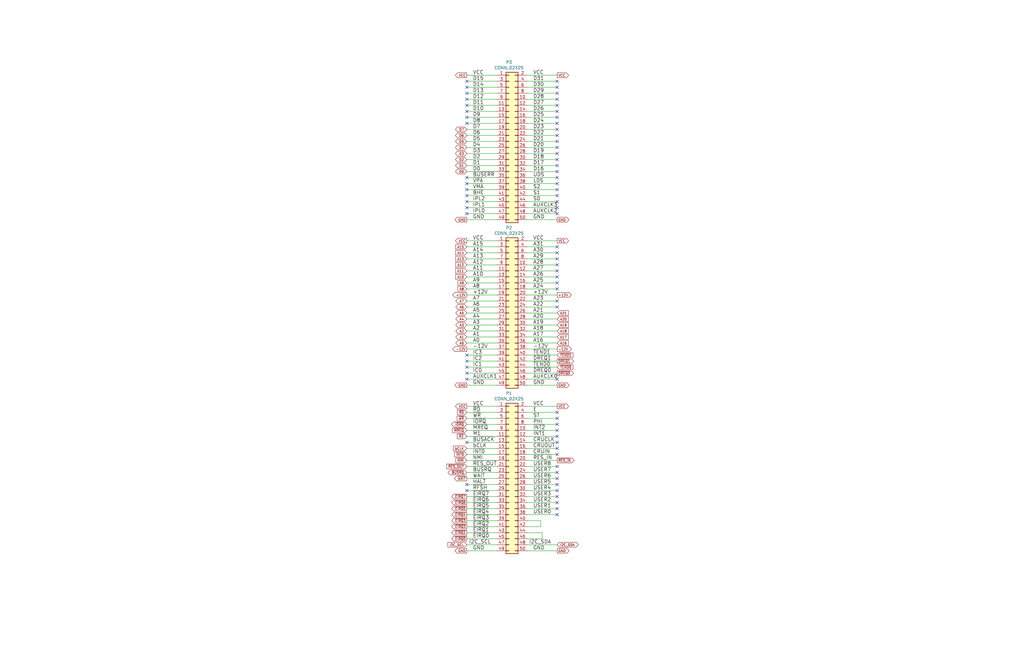
<source format=kicad_sch>
(kicad_sch (version 20211123) (generator eeschema)

  (uuid 4ad18172-4a6b-4b2c-b4ba-cae1aefed81c)

  (paper "B")

  (title_block
    (title "Duodyne 6809 CPU board")
    (date "2024-05-06")
    (rev "V1.2")
  )

  (lib_symbols
    (symbol "Connector_Generic:Conn_02x25_Odd_Even" (pin_names (offset 1.016) hide) (in_bom yes) (on_board yes)
      (property "Reference" "J" (id 0) (at 1.27 33.02 0)
        (effects (font (size 1.27 1.27)))
      )
      (property "Value" "Conn_02x25_Odd_Even" (id 1) (at 1.27 -33.02 0)
        (effects (font (size 1.27 1.27)))
      )
      (property "Footprint" "" (id 2) (at 0 0 0)
        (effects (font (size 1.27 1.27)) hide)
      )
      (property "Datasheet" "~" (id 3) (at 0 0 0)
        (effects (font (size 1.27 1.27)) hide)
      )
      (property "ki_keywords" "connector" (id 4) (at 0 0 0)
        (effects (font (size 1.27 1.27)) hide)
      )
      (property "ki_description" "Generic connector, double row, 02x25, odd/even pin numbering scheme (row 1 odd numbers, row 2 even numbers), script generated (kicad-library-utils/schlib/autogen/connector/)" (id 5) (at 0 0 0)
        (effects (font (size 1.27 1.27)) hide)
      )
      (property "ki_fp_filters" "Connector*:*_2x??_*" (id 6) (at 0 0 0)
        (effects (font (size 1.27 1.27)) hide)
      )
      (symbol "Conn_02x25_Odd_Even_1_1"
        (rectangle (start -1.27 -30.353) (end 0 -30.607)
          (stroke (width 0.1524) (type default) (color 0 0 0 0))
          (fill (type none))
        )
        (rectangle (start -1.27 -27.813) (end 0 -28.067)
          (stroke (width 0.1524) (type default) (color 0 0 0 0))
          (fill (type none))
        )
        (rectangle (start -1.27 -25.273) (end 0 -25.527)
          (stroke (width 0.1524) (type default) (color 0 0 0 0))
          (fill (type none))
        )
        (rectangle (start -1.27 -22.733) (end 0 -22.987)
          (stroke (width 0.1524) (type default) (color 0 0 0 0))
          (fill (type none))
        )
        (rectangle (start -1.27 -20.193) (end 0 -20.447)
          (stroke (width 0.1524) (type default) (color 0 0 0 0))
          (fill (type none))
        )
        (rectangle (start -1.27 -17.653) (end 0 -17.907)
          (stroke (width 0.1524) (type default) (color 0 0 0 0))
          (fill (type none))
        )
        (rectangle (start -1.27 -15.113) (end 0 -15.367)
          (stroke (width 0.1524) (type default) (color 0 0 0 0))
          (fill (type none))
        )
        (rectangle (start -1.27 -12.573) (end 0 -12.827)
          (stroke (width 0.1524) (type default) (color 0 0 0 0))
          (fill (type none))
        )
        (rectangle (start -1.27 -10.033) (end 0 -10.287)
          (stroke (width 0.1524) (type default) (color 0 0 0 0))
          (fill (type none))
        )
        (rectangle (start -1.27 -7.493) (end 0 -7.747)
          (stroke (width 0.1524) (type default) (color 0 0 0 0))
          (fill (type none))
        )
        (rectangle (start -1.27 -4.953) (end 0 -5.207)
          (stroke (width 0.1524) (type default) (color 0 0 0 0))
          (fill (type none))
        )
        (rectangle (start -1.27 -2.413) (end 0 -2.667)
          (stroke (width 0.1524) (type default) (color 0 0 0 0))
          (fill (type none))
        )
        (rectangle (start -1.27 0.127) (end 0 -0.127)
          (stroke (width 0.1524) (type default) (color 0 0 0 0))
          (fill (type none))
        )
        (rectangle (start -1.27 2.667) (end 0 2.413)
          (stroke (width 0.1524) (type default) (color 0 0 0 0))
          (fill (type none))
        )
        (rectangle (start -1.27 5.207) (end 0 4.953)
          (stroke (width 0.1524) (type default) (color 0 0 0 0))
          (fill (type none))
        )
        (rectangle (start -1.27 7.747) (end 0 7.493)
          (stroke (width 0.1524) (type default) (color 0 0 0 0))
          (fill (type none))
        )
        (rectangle (start -1.27 10.287) (end 0 10.033)
          (stroke (width 0.1524) (type default) (color 0 0 0 0))
          (fill (type none))
        )
        (rectangle (start -1.27 12.827) (end 0 12.573)
          (stroke (width 0.1524) (type default) (color 0 0 0 0))
          (fill (type none))
        )
        (rectangle (start -1.27 15.367) (end 0 15.113)
          (stroke (width 0.1524) (type default) (color 0 0 0 0))
          (fill (type none))
        )
        (rectangle (start -1.27 17.907) (end 0 17.653)
          (stroke (width 0.1524) (type default) (color 0 0 0 0))
          (fill (type none))
        )
        (rectangle (start -1.27 20.447) (end 0 20.193)
          (stroke (width 0.1524) (type default) (color 0 0 0 0))
          (fill (type none))
        )
        (rectangle (start -1.27 22.987) (end 0 22.733)
          (stroke (width 0.1524) (type default) (color 0 0 0 0))
          (fill (type none))
        )
        (rectangle (start -1.27 25.527) (end 0 25.273)
          (stroke (width 0.1524) (type default) (color 0 0 0 0))
          (fill (type none))
        )
        (rectangle (start -1.27 28.067) (end 0 27.813)
          (stroke (width 0.1524) (type default) (color 0 0 0 0))
          (fill (type none))
        )
        (rectangle (start -1.27 30.607) (end 0 30.353)
          (stroke (width 0.1524) (type default) (color 0 0 0 0))
          (fill (type none))
        )
        (rectangle (start -1.27 31.75) (end 3.81 -31.75)
          (stroke (width 0.254) (type default) (color 0 0 0 0))
          (fill (type background))
        )
        (rectangle (start 3.81 -30.353) (end 2.54 -30.607)
          (stroke (width 0.1524) (type default) (color 0 0 0 0))
          (fill (type none))
        )
        (rectangle (start 3.81 -27.813) (end 2.54 -28.067)
          (stroke (width 0.1524) (type default) (color 0 0 0 0))
          (fill (type none))
        )
        (rectangle (start 3.81 -25.273) (end 2.54 -25.527)
          (stroke (width 0.1524) (type default) (color 0 0 0 0))
          (fill (type none))
        )
        (rectangle (start 3.81 -22.733) (end 2.54 -22.987)
          (stroke (width 0.1524) (type default) (color 0 0 0 0))
          (fill (type none))
        )
        (rectangle (start 3.81 -20.193) (end 2.54 -20.447)
          (stroke (width 0.1524) (type default) (color 0 0 0 0))
          (fill (type none))
        )
        (rectangle (start 3.81 -17.653) (end 2.54 -17.907)
          (stroke (width 0.1524) (type default) (color 0 0 0 0))
          (fill (type none))
        )
        (rectangle (start 3.81 -15.113) (end 2.54 -15.367)
          (stroke (width 0.1524) (type default) (color 0 0 0 0))
          (fill (type none))
        )
        (rectangle (start 3.81 -12.573) (end 2.54 -12.827)
          (stroke (width 0.1524) (type default) (color 0 0 0 0))
          (fill (type none))
        )
        (rectangle (start 3.81 -10.033) (end 2.54 -10.287)
          (stroke (width 0.1524) (type default) (color 0 0 0 0))
          (fill (type none))
        )
        (rectangle (start 3.81 -7.493) (end 2.54 -7.747)
          (stroke (width 0.1524) (type default) (color 0 0 0 0))
          (fill (type none))
        )
        (rectangle (start 3.81 -4.953) (end 2.54 -5.207)
          (stroke (width 0.1524) (type default) (color 0 0 0 0))
          (fill (type none))
        )
        (rectangle (start 3.81 -2.413) (end 2.54 -2.667)
          (stroke (width 0.1524) (type default) (color 0 0 0 0))
          (fill (type none))
        )
        (rectangle (start 3.81 0.127) (end 2.54 -0.127)
          (stroke (width 0.1524) (type default) (color 0 0 0 0))
          (fill (type none))
        )
        (rectangle (start 3.81 2.667) (end 2.54 2.413)
          (stroke (width 0.1524) (type default) (color 0 0 0 0))
          (fill (type none))
        )
        (rectangle (start 3.81 5.207) (end 2.54 4.953)
          (stroke (width 0.1524) (type default) (color 0 0 0 0))
          (fill (type none))
        )
        (rectangle (start 3.81 7.747) (end 2.54 7.493)
          (stroke (width 0.1524) (type default) (color 0 0 0 0))
          (fill (type none))
        )
        (rectangle (start 3.81 10.287) (end 2.54 10.033)
          (stroke (width 0.1524) (type default) (color 0 0 0 0))
          (fill (type none))
        )
        (rectangle (start 3.81 12.827) (end 2.54 12.573)
          (stroke (width 0.1524) (type default) (color 0 0 0 0))
          (fill (type none))
        )
        (rectangle (start 3.81 15.367) (end 2.54 15.113)
          (stroke (width 0.1524) (type default) (color 0 0 0 0))
          (fill (type none))
        )
        (rectangle (start 3.81 17.907) (end 2.54 17.653)
          (stroke (width 0.1524) (type default) (color 0 0 0 0))
          (fill (type none))
        )
        (rectangle (start 3.81 20.447) (end 2.54 20.193)
          (stroke (width 0.1524) (type default) (color 0 0 0 0))
          (fill (type none))
        )
        (rectangle (start 3.81 22.987) (end 2.54 22.733)
          (stroke (width 0.1524) (type default) (color 0 0 0 0))
          (fill (type none))
        )
        (rectangle (start 3.81 25.527) (end 2.54 25.273)
          (stroke (width 0.1524) (type default) (color 0 0 0 0))
          (fill (type none))
        )
        (rectangle (start 3.81 28.067) (end 2.54 27.813)
          (stroke (width 0.1524) (type default) (color 0 0 0 0))
          (fill (type none))
        )
        (rectangle (start 3.81 30.607) (end 2.54 30.353)
          (stroke (width 0.1524) (type default) (color 0 0 0 0))
          (fill (type none))
        )
        (pin passive line (at -5.08 30.48 0) (length 3.81)
          (name "Pin_1" (effects (font (size 1.27 1.27))))
          (number "1" (effects (font (size 1.27 1.27))))
        )
        (pin passive line (at 7.62 20.32 180) (length 3.81)
          (name "Pin_10" (effects (font (size 1.27 1.27))))
          (number "10" (effects (font (size 1.27 1.27))))
        )
        (pin passive line (at -5.08 17.78 0) (length 3.81)
          (name "Pin_11" (effects (font (size 1.27 1.27))))
          (number "11" (effects (font (size 1.27 1.27))))
        )
        (pin passive line (at 7.62 17.78 180) (length 3.81)
          (name "Pin_12" (effects (font (size 1.27 1.27))))
          (number "12" (effects (font (size 1.27 1.27))))
        )
        (pin passive line (at -5.08 15.24 0) (length 3.81)
          (name "Pin_13" (effects (font (size 1.27 1.27))))
          (number "13" (effects (font (size 1.27 1.27))))
        )
        (pin passive line (at 7.62 15.24 180) (length 3.81)
          (name "Pin_14" (effects (font (size 1.27 1.27))))
          (number "14" (effects (font (size 1.27 1.27))))
        )
        (pin passive line (at -5.08 12.7 0) (length 3.81)
          (name "Pin_15" (effects (font (size 1.27 1.27))))
          (number "15" (effects (font (size 1.27 1.27))))
        )
        (pin passive line (at 7.62 12.7 180) (length 3.81)
          (name "Pin_16" (effects (font (size 1.27 1.27))))
          (number "16" (effects (font (size 1.27 1.27))))
        )
        (pin passive line (at -5.08 10.16 0) (length 3.81)
          (name "Pin_17" (effects (font (size 1.27 1.27))))
          (number "17" (effects (font (size 1.27 1.27))))
        )
        (pin passive line (at 7.62 10.16 180) (length 3.81)
          (name "Pin_18" (effects (font (size 1.27 1.27))))
          (number "18" (effects (font (size 1.27 1.27))))
        )
        (pin passive line (at -5.08 7.62 0) (length 3.81)
          (name "Pin_19" (effects (font (size 1.27 1.27))))
          (number "19" (effects (font (size 1.27 1.27))))
        )
        (pin passive line (at 7.62 30.48 180) (length 3.81)
          (name "Pin_2" (effects (font (size 1.27 1.27))))
          (number "2" (effects (font (size 1.27 1.27))))
        )
        (pin passive line (at 7.62 7.62 180) (length 3.81)
          (name "Pin_20" (effects (font (size 1.27 1.27))))
          (number "20" (effects (font (size 1.27 1.27))))
        )
        (pin passive line (at -5.08 5.08 0) (length 3.81)
          (name "Pin_21" (effects (font (size 1.27 1.27))))
          (number "21" (effects (font (size 1.27 1.27))))
        )
        (pin passive line (at 7.62 5.08 180) (length 3.81)
          (name "Pin_22" (effects (font (size 1.27 1.27))))
          (number "22" (effects (font (size 1.27 1.27))))
        )
        (pin passive line (at -5.08 2.54 0) (length 3.81)
          (name "Pin_23" (effects (font (size 1.27 1.27))))
          (number "23" (effects (font (size 1.27 1.27))))
        )
        (pin passive line (at 7.62 2.54 180) (length 3.81)
          (name "Pin_24" (effects (font (size 1.27 1.27))))
          (number "24" (effects (font (size 1.27 1.27))))
        )
        (pin passive line (at -5.08 0 0) (length 3.81)
          (name "Pin_25" (effects (font (size 1.27 1.27))))
          (number "25" (effects (font (size 1.27 1.27))))
        )
        (pin passive line (at 7.62 0 180) (length 3.81)
          (name "Pin_26" (effects (font (size 1.27 1.27))))
          (number "26" (effects (font (size 1.27 1.27))))
        )
        (pin passive line (at -5.08 -2.54 0) (length 3.81)
          (name "Pin_27" (effects (font (size 1.27 1.27))))
          (number "27" (effects (font (size 1.27 1.27))))
        )
        (pin passive line (at 7.62 -2.54 180) (length 3.81)
          (name "Pin_28" (effects (font (size 1.27 1.27))))
          (number "28" (effects (font (size 1.27 1.27))))
        )
        (pin passive line (at -5.08 -5.08 0) (length 3.81)
          (name "Pin_29" (effects (font (size 1.27 1.27))))
          (number "29" (effects (font (size 1.27 1.27))))
        )
        (pin passive line (at -5.08 27.94 0) (length 3.81)
          (name "Pin_3" (effects (font (size 1.27 1.27))))
          (number "3" (effects (font (size 1.27 1.27))))
        )
        (pin passive line (at 7.62 -5.08 180) (length 3.81)
          (name "Pin_30" (effects (font (size 1.27 1.27))))
          (number "30" (effects (font (size 1.27 1.27))))
        )
        (pin passive line (at -5.08 -7.62 0) (length 3.81)
          (name "Pin_31" (effects (font (size 1.27 1.27))))
          (number "31" (effects (font (size 1.27 1.27))))
        )
        (pin passive line (at 7.62 -7.62 180) (length 3.81)
          (name "Pin_32" (effects (font (size 1.27 1.27))))
          (number "32" (effects (font (size 1.27 1.27))))
        )
        (pin passive line (at -5.08 -10.16 0) (length 3.81)
          (name "Pin_33" (effects (font (size 1.27 1.27))))
          (number "33" (effects (font (size 1.27 1.27))))
        )
        (pin passive line (at 7.62 -10.16 180) (length 3.81)
          (name "Pin_34" (effects (font (size 1.27 1.27))))
          (number "34" (effects (font (size 1.27 1.27))))
        )
        (pin passive line (at -5.08 -12.7 0) (length 3.81)
          (name "Pin_35" (effects (font (size 1.27 1.27))))
          (number "35" (effects (font (size 1.27 1.27))))
        )
        (pin passive line (at 7.62 -12.7 180) (length 3.81)
          (name "Pin_36" (effects (font (size 1.27 1.27))))
          (number "36" (effects (font (size 1.27 1.27))))
        )
        (pin passive line (at -5.08 -15.24 0) (length 3.81)
          (name "Pin_37" (effects (font (size 1.27 1.27))))
          (number "37" (effects (font (size 1.27 1.27))))
        )
        (pin passive line (at 7.62 -15.24 180) (length 3.81)
          (name "Pin_38" (effects (font (size 1.27 1.27))))
          (number "38" (effects (font (size 1.27 1.27))))
        )
        (pin passive line (at -5.08 -17.78 0) (length 3.81)
          (name "Pin_39" (effects (font (size 1.27 1.27))))
          (number "39" (effects (font (size 1.27 1.27))))
        )
        (pin passive line (at 7.62 27.94 180) (length 3.81)
          (name "Pin_4" (effects (font (size 1.27 1.27))))
          (number "4" (effects (font (size 1.27 1.27))))
        )
        (pin passive line (at 7.62 -17.78 180) (length 3.81)
          (name "Pin_40" (effects (font (size 1.27 1.27))))
          (number "40" (effects (font (size 1.27 1.27))))
        )
        (pin passive line (at -5.08 -20.32 0) (length 3.81)
          (name "Pin_41" (effects (font (size 1.27 1.27))))
          (number "41" (effects (font (size 1.27 1.27))))
        )
        (pin passive line (at 7.62 -20.32 180) (length 3.81)
          (name "Pin_42" (effects (font (size 1.27 1.27))))
          (number "42" (effects (font (size 1.27 1.27))))
        )
        (pin passive line (at -5.08 -22.86 0) (length 3.81)
          (name "Pin_43" (effects (font (size 1.27 1.27))))
          (number "43" (effects (font (size 1.27 1.27))))
        )
        (pin passive line (at 7.62 -22.86 180) (length 3.81)
          (name "Pin_44" (effects (font (size 1.27 1.27))))
          (number "44" (effects (font (size 1.27 1.27))))
        )
        (pin passive line (at -5.08 -25.4 0) (length 3.81)
          (name "Pin_45" (effects (font (size 1.27 1.27))))
          (number "45" (effects (font (size 1.27 1.27))))
        )
        (pin passive line (at 7.62 -25.4 180) (length 3.81)
          (name "Pin_46" (effects (font (size 1.27 1.27))))
          (number "46" (effects (font (size 1.27 1.27))))
        )
        (pin passive line (at -5.08 -27.94 0) (length 3.81)
          (name "Pin_47" (effects (font (size 1.27 1.27))))
          (number "47" (effects (font (size 1.27 1.27))))
        )
        (pin passive line (at 7.62 -27.94 180) (length 3.81)
          (name "Pin_48" (effects (font (size 1.27 1.27))))
          (number "48" (effects (font (size 1.27 1.27))))
        )
        (pin passive line (at -5.08 -30.48 0) (length 3.81)
          (name "Pin_49" (effects (font (size 1.27 1.27))))
          (number "49" (effects (font (size 1.27 1.27))))
        )
        (pin passive line (at -5.08 25.4 0) (length 3.81)
          (name "Pin_5" (effects (font (size 1.27 1.27))))
          (number "5" (effects (font (size 1.27 1.27))))
        )
        (pin passive line (at 7.62 -30.48 180) (length 3.81)
          (name "Pin_50" (effects (font (size 1.27 1.27))))
          (number "50" (effects (font (size 1.27 1.27))))
        )
        (pin passive line (at 7.62 25.4 180) (length 3.81)
          (name "Pin_6" (effects (font (size 1.27 1.27))))
          (number "6" (effects (font (size 1.27 1.27))))
        )
        (pin passive line (at -5.08 22.86 0) (length 3.81)
          (name "Pin_7" (effects (font (size 1.27 1.27))))
          (number "7" (effects (font (size 1.27 1.27))))
        )
        (pin passive line (at 7.62 22.86 180) (length 3.81)
          (name "Pin_8" (effects (font (size 1.27 1.27))))
          (number "8" (effects (font (size 1.27 1.27))))
        )
        (pin passive line (at -5.08 20.32 0) (length 3.81)
          (name "Pin_9" (effects (font (size 1.27 1.27))))
          (number "9" (effects (font (size 1.27 1.27))))
        )
      )
    )
  )


  (no_connect (at 234.95 34.29) (uuid 058969fd-78a3-4233-b47b-1da5d6f2d070))
  (no_connect (at 196.85 157.48) (uuid 07c2a645-a798-41db-8926-3f3444f14e05))
  (no_connect (at 234.95 217.17) (uuid 0c3a598a-2ffd-4c4e-85fe-0138cc30c094))
  (no_connect (at 234.95 212.09) (uuid 10992f37-698d-41fc-8830-e768e44e43b9))
  (no_connect (at 234.95 116.84) (uuid 1197d0c6-071c-4c52-9753-fe6c00e01cf2))
  (no_connect (at 196.85 41.91) (uuid 154e3dd9-a480-438a-8fc1-2f9876e7351d))
  (no_connect (at 196.85 85.09) (uuid 1b05d6ce-8d6b-463a-ae45-0b2ef9c5353b))
  (no_connect (at 234.95 199.39) (uuid 1c2e7d16-6239-403f-9001-7d481254ecbf))
  (no_connect (at 234.95 184.15) (uuid 1e5eb35c-6dac-4b5e-8aa4-ea50aa7c9e87))
  (no_connect (at 234.95 41.91) (uuid 20151a36-6bbb-4769-9ffd-b60cfed7489f))
  (no_connect (at 196.85 149.86) (uuid 241875f9-6e2d-4b32-a6ab-840c71c6472a))
  (no_connect (at 234.95 90.17) (uuid 251bfc8e-ebea-4e00-945d-723f85811d85))
  (no_connect (at 234.95 64.77) (uuid 261b3621-8dab-46b1-b290-04ac3ace5f22))
  (no_connect (at 234.95 85.09) (uuid 28cbdf6f-67a6-4e61-940e-0a5eb0664898))
  (no_connect (at 196.85 36.83) (uuid 2ce7c871-a025-42f0-a9c0-3f3f12d6ea84))
  (no_connect (at 234.95 36.83) (uuid 3357bf0a-7d12-48d3-8c96-ffdd80b3afe4))
  (no_connect (at 196.85 52.07) (uuid 34265a5e-a160-4caa-a5ac-c69b264deb14))
  (no_connect (at 234.95 69.85) (uuid 350c3d8f-3ef3-4021-953f-707f329af542))
  (no_connect (at 234.95 77.47) (uuid 3a89ae60-3f34-42e6-82e6-87eed8445bfb))
  (no_connect (at 234.95 196.85) (uuid 3ba7135b-42a8-4cc3-afb5-1457aeb7447e))
  (no_connect (at 196.85 152.4) (uuid 3ef909ec-10d8-4f2e-b814-39c24c77d748))
  (no_connect (at 234.95 181.61) (uuid 41f2aade-923d-445a-b0a9-aeeb2e8d4b20))
  (no_connect (at 234.95 39.37) (uuid 4af16dab-a20d-492f-b984-d0ef7db2111f))
  (no_connect (at 234.95 204.47) (uuid 4b5dc6b0-421f-4993-a031-a2c8f979b013))
  (no_connect (at 234.95 214.63) (uuid 4c3b8d3d-851e-4f04-a10f-f8c7726ed25f))
  (no_connect (at 234.95 106.68) (uuid 4f07c253-ac36-4cc8-82ff-a81aec64d778))
  (no_connect (at 234.95 186.69) (uuid 4fea853b-162a-4ed3-a356-6b8d54307e59))
  (no_connect (at 196.85 34.29) (uuid 5937d7f0-0c47-4ed0-9064-434974a9947c))
  (no_connect (at 196.85 49.53) (uuid 5989a81b-9f7c-4c55-9b2d-cbb07b9388ce))
  (no_connect (at 234.95 201.93) (uuid 5db7ef13-d513-4f02-aae8-1626ba59097b))
  (no_connect (at 234.95 104.14) (uuid 60cf3256-2b4b-48fe-bb00-613ace6bcd2d))
  (no_connect (at 234.95 173.99) (uuid 6433fa88-f4a4-46c0-bcbc-f7b34b99fb01))
  (no_connect (at 234.95 191.77) (uuid 66df14de-ae8d-42b0-a56b-fd9679e82fc7))
  (no_connect (at 234.95 189.23) (uuid 67ce1656-bca6-401b-9c77-6c2bb5fd5275))
  (no_connect (at 234.95 59.69) (uuid 690e20ab-edd9-4ba0-a4bf-b38be5d67b42))
  (no_connect (at 234.95 80.01) (uuid 70ffb159-47bf-4901-a685-63b72c6889cc))
  (no_connect (at 234.95 74.93) (uuid 71b52b14-a770-4a34-a614-cb576077a499))
  (no_connect (at 234.95 127) (uuid 76fc6c52-2268-447c-8905-3cab0d394378))
  (no_connect (at 234.95 209.55) (uuid 79d8dc3c-ce4d-4c3f-805e-16965709a2c0))
  (no_connect (at 234.95 52.07) (uuid 8357590e-19d8-4254-860f-578f2cb3fd24))
  (no_connect (at 196.85 77.47) (uuid 8d03f8b4-3ec1-4e76-8572-a73deea13ba1))
  (no_connect (at 234.95 62.23) (uuid 90f67c2f-74cb-44d4-b959-4845d22d8b0a))
  (no_connect (at 196.85 82.55) (uuid 916fb3b8-25d5-4098-a3fc-27f3a0c7e92b))
  (no_connect (at 234.95 109.22) (uuid 91fbca0a-9856-46b2-85e3-537f00eae2d2))
  (no_connect (at 196.85 204.47) (uuid 93844307-4981-4a02-9629-52138d87c85a))
  (no_connect (at 234.95 121.92) (uuid 93975b8f-b648-4f27-a3df-e5db856c71f6))
  (no_connect (at 196.85 90.17) (uuid 958b95b7-587b-4764-9b99-e4e95d1c7a3f))
  (no_connect (at 234.95 44.45) (uuid 98f83a09-56ac-4616-a95c-45d8568e571c))
  (no_connect (at 196.85 207.01) (uuid 9b7454ba-740d-4730-b708-2ede1b47378e))
  (no_connect (at 234.95 111.76) (uuid 9d32d798-e23f-44f1-b6bc-5ccf9fe58bdf))
  (no_connect (at 234.95 54.61) (uuid a6d76eab-6acb-41fd-8a5d-6de771d5c836))
  (no_connect (at 234.95 46.99) (uuid a84b8a97-96ce-4aa8-91fa-1a863c9a998a))
  (no_connect (at 234.95 49.53) (uuid aabb4104-d0bb-43ec-9663-1fb94effb5e5))
  (no_connect (at 234.95 72.39) (uuid b96ebb72-05f8-4377-b3df-eeb929275e18))
  (no_connect (at 234.95 207.01) (uuid ba9dfc33-d48e-4145-ac98-0fea8f5ce5ad))
  (no_connect (at 234.95 176.53) (uuid bc71f537-36fe-46b3-a522-05537469122c))
  (no_connect (at 196.85 154.94) (uuid c08bf363-fbf8-4063-bb40-ce04445d4f50))
  (no_connect (at 234.95 87.63) (uuid c568bf00-8f85-491f-827e-a71e4fb959d9))
  (no_connect (at 196.85 74.93) (uuid ccb2409b-d3da-43f8-9ffd-8146aff08b32))
  (no_connect (at 234.95 179.07) (uuid ceeb9d4a-886a-4c02-a10c-cdd5db7f9b44))
  (no_connect (at 234.95 119.38) (uuid d05fe3d2-b45c-4ddd-bbd1-b1f0ddfb7bbb))
  (no_connect (at 234.95 67.31) (uuid d477e638-5afa-431d-bf34-6143ba5e9a5c))
  (no_connect (at 234.95 114.3) (uuid d8fa4bb0-2841-40f6-a67b-0f52c428713c))
  (no_connect (at 196.85 87.63) (uuid df5ac77e-0bd9-4565-beed-6e479f696b1a))
  (no_connect (at 196.85 46.99) (uuid e4349b70-e785-41db-af53-59f85d867458))
  (no_connect (at 234.95 82.55) (uuid e65b6351-ae9c-4c58-b2a3-fdf5d714e311))
  (no_connect (at 196.85 39.37) (uuid eb9605b0-eb70-49f3-9a60-c04fbb8eceb5))
  (no_connect (at 234.95 129.54) (uuid f074fa15-c91f-409e-baa9-94abe16406ab))
  (no_connect (at 196.85 186.69) (uuid f3a85ac1-1a82-42aa-ae83-06048cf2a659))
  (no_connect (at 196.85 160.02) (uuid f57f0f49-80e7-4c86-9d78-b72c3cb2c743))
  (no_connect (at 234.95 57.15) (uuid f5dceb0f-9a5f-40e9-8751-469f0d245c06))
  (no_connect (at 196.85 80.01) (uuid f6377170-bd04-4c37-977a-0dfd483d5c45))
  (no_connect (at 234.95 160.02) (uuid fa379a91-66ab-4178-8113-c4b1366e39ea))
  (no_connect (at 196.85 44.45) (uuid ff412e31-7f63-42a9-971f-95670b7ac9a0))

  (wire (pts (xy 222.25 34.29) (xy 234.95 34.29))
    (stroke (width 0) (type default) (color 0 0 0 0))
    (uuid 015e6ae4-4a85-4f7d-a356-781cb7e06b02)
  )
  (wire (pts (xy 222.25 132.08) (xy 234.95 132.08))
    (stroke (width 0) (type default) (color 0 0 0 0))
    (uuid 01ae987f-e09d-4a13-bd92-8c99fe419fb5)
  )
  (wire (pts (xy 222.25 152.4) (xy 234.95 152.4))
    (stroke (width 0) (type default) (color 0 0 0 0))
    (uuid 03d9460c-2e49-41da-b998-0b86f92e053c)
  )
  (wire (pts (xy 196.85 214.63) (xy 209.55 214.63))
    (stroke (width 0) (type default) (color 0 0 0 0))
    (uuid 06087901-0561-4676-bb45-506736d9d2c2)
  )
  (wire (pts (xy 196.85 147.32) (xy 209.55 147.32))
    (stroke (width 0) (type default) (color 0 0 0 0))
    (uuid 062a3b59-80ee-4466-8c5e-ce05fe893949)
  )
  (wire (pts (xy 196.85 39.37) (xy 209.55 39.37))
    (stroke (width 0) (type default) (color 0 0 0 0))
    (uuid 088b26c8-e001-406f-956d-7bdd1e2b39e6)
  )
  (wire (pts (xy 196.85 114.3) (xy 209.55 114.3))
    (stroke (width 0) (type default) (color 0 0 0 0))
    (uuid 095ce988-0631-4eaf-be3e-181bd8c3ab70)
  )
  (wire (pts (xy 234.95 176.53) (xy 222.25 176.53))
    (stroke (width 0) (type default) (color 0 0 0 0))
    (uuid 0acf9111-3b4c-4670-9640-b7ff6f56dc63)
  )
  (wire (pts (xy 196.85 109.22) (xy 209.55 109.22))
    (stroke (width 0) (type default) (color 0 0 0 0))
    (uuid 0afc2acf-9823-4606-8473-ff6a4369ddb2)
  )
  (wire (pts (xy 222.25 44.45) (xy 234.95 44.45))
    (stroke (width 0) (type default) (color 0 0 0 0))
    (uuid 0c884251-b2f0-4206-922d-23e60890c8ff)
  )
  (wire (pts (xy 196.85 104.14) (xy 209.55 104.14))
    (stroke (width 0) (type default) (color 0 0 0 0))
    (uuid 1143724f-5f79-47ef-bced-ea946d3c82b4)
  )
  (wire (pts (xy 196.85 186.69) (xy 209.55 186.69))
    (stroke (width 0) (type default) (color 0 0 0 0))
    (uuid 149d89b9-4b6e-41a2-bbd2-4b901c2826c5)
  )
  (wire (pts (xy 222.25 101.6) (xy 234.95 101.6))
    (stroke (width 0) (type default) (color 0 0 0 0))
    (uuid 14a9207a-796f-47bb-94da-844edd1f8060)
  )
  (wire (pts (xy 196.85 64.77) (xy 209.55 64.77))
    (stroke (width 0) (type default) (color 0 0 0 0))
    (uuid 16ea66ad-6046-40c9-be55-432575d106c7)
  )
  (wire (pts (xy 196.85 224.79) (xy 209.55 224.79))
    (stroke (width 0) (type default) (color 0 0 0 0))
    (uuid 19a1879f-a7fe-4352-9558-c748cdcdc0a0)
  )
  (wire (pts (xy 222.25 212.09) (xy 234.95 212.09))
    (stroke (width 0) (type default) (color 0 0 0 0))
    (uuid 1d6ff72b-20ab-411c-9a9d-27595f841582)
  )
  (wire (pts (xy 222.25 72.39) (xy 234.95 72.39))
    (stroke (width 0) (type default) (color 0 0 0 0))
    (uuid 1da900cf-a19d-417c-9beb-de0733080b97)
  )
  (wire (pts (xy 196.85 121.92) (xy 209.55 121.92))
    (stroke (width 0) (type default) (color 0 0 0 0))
    (uuid 1ee85c3e-3b42-4263-8b10-7c569710b88d)
  )
  (wire (pts (xy 222.25 142.24) (xy 234.95 142.24))
    (stroke (width 0) (type default) (color 0 0 0 0))
    (uuid 1f6496ce-7bec-41f8-b88c-34c9025d9923)
  )
  (wire (pts (xy 222.25 31.75) (xy 234.95 31.75))
    (stroke (width 0) (type default) (color 0 0 0 0))
    (uuid 20d3ef78-257a-4906-99dd-d3a46b3343cf)
  )
  (wire (pts (xy 196.85 191.77) (xy 209.55 191.77))
    (stroke (width 0) (type default) (color 0 0 0 0))
    (uuid 216013b2-5c8b-4ed8-874c-e701f4dc69d6)
  )
  (wire (pts (xy 222.25 207.01) (xy 234.95 207.01))
    (stroke (width 0) (type default) (color 0 0 0 0))
    (uuid 2275ab55-2a17-493a-9e5c-658740db9b0f)
  )
  (wire (pts (xy 209.55 77.47) (xy 196.85 77.47))
    (stroke (width 0) (type default) (color 0 0 0 0))
    (uuid 2288caf2-a19b-491f-9eca-8df574b40125)
  )
  (wire (pts (xy 227.965 219.71) (xy 227.965 222.25))
    (stroke (width 0) (type default) (color 0 0 0 0))
    (uuid 22de3164-d9b5-4ea3-b9b8-3eff806bbb65)
  )
  (wire (pts (xy 222.25 39.37) (xy 234.95 39.37))
    (stroke (width 0) (type default) (color 0 0 0 0))
    (uuid 22de71a6-e918-4c27-b682-605ae6544548)
  )
  (wire (pts (xy 222.25 82.55) (xy 234.95 82.55))
    (stroke (width 0) (type default) (color 0 0 0 0))
    (uuid 257c6f54-7219-4234-94b8-f8bde1fae0f3)
  )
  (wire (pts (xy 222.25 147.32) (xy 234.95 147.32))
    (stroke (width 0) (type default) (color 0 0 0 0))
    (uuid 25f256c4-fc1f-4270-b8af-3f681820d4fe)
  )
  (wire (pts (xy 196.85 184.15) (xy 209.55 184.15))
    (stroke (width 0) (type default) (color 0 0 0 0))
    (uuid 2983c20e-2b6a-4507-9526-e0c2e1dc7a94)
  )
  (wire (pts (xy 196.85 134.62) (xy 209.55 134.62))
    (stroke (width 0) (type default) (color 0 0 0 0))
    (uuid 2ffd5d9f-bf92-4a99-93c4-124518a390f9)
  )
  (wire (pts (xy 196.85 139.7) (xy 209.55 139.7))
    (stroke (width 0) (type default) (color 0 0 0 0))
    (uuid 3025a445-7845-4c92-9ef2-775e14680b3c)
  )
  (wire (pts (xy 222.25 217.17) (xy 234.95 217.17))
    (stroke (width 0) (type default) (color 0 0 0 0))
    (uuid 30a1f3c3-8ffb-4174-8db2-f4494ebfba65)
  )
  (wire (pts (xy 196.85 57.15) (xy 209.55 57.15))
    (stroke (width 0) (type default) (color 0 0 0 0))
    (uuid 30aad04f-91ab-4729-aa19-eecac49f2ca3)
  )
  (wire (pts (xy 222.25 194.31) (xy 234.95 194.31))
    (stroke (width 0) (type default) (color 0 0 0 0))
    (uuid 30fe5710-fc44-448e-8901-4238bca5b0bf)
  )
  (wire (pts (xy 222.25 137.16) (xy 234.95 137.16))
    (stroke (width 0) (type default) (color 0 0 0 0))
    (uuid 356fdd1f-b5ed-443c-bc82-b2c9dc898812)
  )
  (wire (pts (xy 228.6 227.33) (xy 222.25 227.33))
    (stroke (width 0) (type default) (color 0 0 0 0))
    (uuid 37b9fe31-b746-402b-af1b-ea3b9c96db3a)
  )
  (wire (pts (xy 196.85 176.53) (xy 209.55 176.53))
    (stroke (width 0) (type default) (color 0 0 0 0))
    (uuid 3a3a0215-65e9-4d9b-895a-10d3a874ff5b)
  )
  (wire (pts (xy 196.85 67.31) (xy 209.55 67.31))
    (stroke (width 0) (type default) (color 0 0 0 0))
    (uuid 3a63b37f-a0e2-4ba3-9e29-b598b43aa08c)
  )
  (wire (pts (xy 222.25 36.83) (xy 234.95 36.83))
    (stroke (width 0) (type default) (color 0 0 0 0))
    (uuid 3b074c40-757b-4617-8f9d-f2141c679c70)
  )
  (wire (pts (xy 196.85 36.83) (xy 209.55 36.83))
    (stroke (width 0) (type default) (color 0 0 0 0))
    (uuid 3c6ee23d-51a3-4685-95dc-15fe747c6176)
  )
  (wire (pts (xy 222.25 52.07) (xy 234.95 52.07))
    (stroke (width 0) (type default) (color 0 0 0 0))
    (uuid 3d506672-72d5-42bc-aa01-4cd308f794d2)
  )
  (wire (pts (xy 234.95 184.15) (xy 222.25 184.15))
    (stroke (width 0) (type default) (color 0 0 0 0))
    (uuid 3f51dfce-f434-4cb6-b072-58423c5fa239)
  )
  (wire (pts (xy 196.85 171.45) (xy 209.55 171.45))
    (stroke (width 0) (type default) (color 0 0 0 0))
    (uuid 41e5ac7c-8860-4500-ba9a-70e208d7559f)
  )
  (wire (pts (xy 196.85 199.39) (xy 209.55 199.39))
    (stroke (width 0) (type default) (color 0 0 0 0))
    (uuid 43090334-0a0f-4e28-adac-31caf4706c2f)
  )
  (wire (pts (xy 196.85 196.85) (xy 209.55 196.85))
    (stroke (width 0) (type default) (color 0 0 0 0))
    (uuid 435d406d-4be9-41cc-a531-cc9f88567716)
  )
  (wire (pts (xy 222.25 119.38) (xy 234.95 119.38))
    (stroke (width 0) (type default) (color 0 0 0 0))
    (uuid 4a3122f9-21e9-4aec-93d9-6e65679f13ee)
  )
  (wire (pts (xy 196.85 137.16) (xy 209.55 137.16))
    (stroke (width 0) (type default) (color 0 0 0 0))
    (uuid 4a7296dd-bcc7-4b1b-9672-49ae08106fcf)
  )
  (wire (pts (xy 196.85 54.61) (xy 209.55 54.61))
    (stroke (width 0) (type default) (color 0 0 0 0))
    (uuid 4cea438f-e83f-4f69-abfa-5f4b0ff2c311)
  )
  (wire (pts (xy 196.85 116.84) (xy 209.55 116.84))
    (stroke (width 0) (type default) (color 0 0 0 0))
    (uuid 52d96259-6691-4e52-aa13-9088221390d2)
  )
  (wire (pts (xy 222.25 160.02) (xy 234.95 160.02))
    (stroke (width 0) (type default) (color 0 0 0 0))
    (uuid 538c100d-9381-45ab-8bfa-2ead33d43609)
  )
  (wire (pts (xy 209.55 152.4) (xy 196.85 152.4))
    (stroke (width 0) (type default) (color 0 0 0 0))
    (uuid 5720b020-64c3-4251-b6f9-13103bb544ca)
  )
  (wire (pts (xy 222.25 67.31) (xy 234.95 67.31))
    (stroke (width 0) (type default) (color 0 0 0 0))
    (uuid 573d3863-ee0c-44a3-bcc9-4211af4ebd14)
  )
  (wire (pts (xy 234.95 173.99) (xy 222.25 173.99))
    (stroke (width 0) (type default) (color 0 0 0 0))
    (uuid 579c3322-ca77-4e8d-b28b-04e7d548e77a)
  )
  (wire (pts (xy 209.55 229.87) (xy 196.85 229.87))
    (stroke (width 0) (type default) (color 0 0 0 0))
    (uuid 58074ba5-2764-497f-bc47-9df3dfb99e38)
  )
  (wire (pts (xy 222.25 109.22) (xy 234.95 109.22))
    (stroke (width 0) (type default) (color 0 0 0 0))
    (uuid 593740b3-b836-4045-9d87-801a3213bdda)
  )
  (wire (pts (xy 196.85 209.55) (xy 209.55 209.55))
    (stroke (width 0) (type default) (color 0 0 0 0))
    (uuid 5af9e736-7361-462c-82a2-7bddf6be0300)
  )
  (wire (pts (xy 234.95 186.69) (xy 222.25 186.69))
    (stroke (width 0) (type default) (color 0 0 0 0))
    (uuid 5cfb28ca-b179-4fe5-a023-ed0c3f23eba4)
  )
  (wire (pts (xy 222.25 157.48) (xy 234.95 157.48))
    (stroke (width 0) (type default) (color 0 0 0 0))
    (uuid 5df3ed73-3702-455b-97ce-273fcedcb607)
  )
  (wire (pts (xy 222.25 41.91) (xy 234.95 41.91))
    (stroke (width 0) (type default) (color 0 0 0 0))
    (uuid 5f097677-6f11-4d97-ac79-f4fa73870fd2)
  )
  (wire (pts (xy 196.85 62.23) (xy 209.55 62.23))
    (stroke (width 0) (type default) (color 0 0 0 0))
    (uuid 5f57237e-e096-40c5-adcd-f440b47d1f51)
  )
  (wire (pts (xy 196.85 34.29) (xy 209.55 34.29))
    (stroke (width 0) (type default) (color 0 0 0 0))
    (uuid 60bcc42d-9ca1-4a89-88b7-aad9e8e125f8)
  )
  (wire (pts (xy 222.25 59.69) (xy 234.95 59.69))
    (stroke (width 0) (type default) (color 0 0 0 0))
    (uuid 61b1a632-438c-4a3d-8a45-47ed905c62b7)
  )
  (wire (pts (xy 227.965 222.25) (xy 222.25 222.25))
    (stroke (width 0) (type default) (color 0 0 0 0))
    (uuid 624f73c0-4f5b-4a71-b8a9-879a2494c667)
  )
  (wire (pts (xy 228.6 224.79) (xy 222.25 224.79))
    (stroke (width 0) (type default) (color 0 0 0 0))
    (uuid 62530d56-ede7-4197-a804-9a51c9beea39)
  )
  (wire (pts (xy 222.25 129.54) (xy 234.95 129.54))
    (stroke (width 0) (type default) (color 0 0 0 0))
    (uuid 628f4af4-4cba-4548-b142-4cae7071beb1)
  )
  (wire (pts (xy 196.85 101.6) (xy 209.55 101.6))
    (stroke (width 0) (type default) (color 0 0 0 0))
    (uuid 63d431ca-6487-4d89-8282-8bc9d8f907c6)
  )
  (wire (pts (xy 196.85 217.17) (xy 209.55 217.17))
    (stroke (width 0) (type default) (color 0 0 0 0))
    (uuid 669f34ec-f570-4a9c-9f48-1e58f143503f)
  )
  (wire (pts (xy 222.25 127) (xy 234.95 127))
    (stroke (width 0) (type default) (color 0 0 0 0))
    (uuid 6935052e-f04a-49c5-99bc-23f1ec55c1c9)
  )
  (wire (pts (xy 196.85 160.02) (xy 209.55 160.02))
    (stroke (width 0) (type default) (color 0 0 0 0))
    (uuid 6ade0a51-6103-49e8-a33a-7ba880bf06f4)
  )
  (wire (pts (xy 196.85 119.38) (xy 209.55 119.38))
    (stroke (width 0) (type default) (color 0 0 0 0))
    (uuid 6d2f0a5b-7e13-48ce-abe0-e9f669aeaeec)
  )
  (wire (pts (xy 222.25 121.92) (xy 234.95 121.92))
    (stroke (width 0) (type default) (color 0 0 0 0))
    (uuid 6ec9e388-faa2-47a4-878b-78abdd907470)
  )
  (wire (pts (xy 222.25 134.62) (xy 234.95 134.62))
    (stroke (width 0) (type default) (color 0 0 0 0))
    (uuid 713c7998-aa3c-4199-93da-605df28e6cc0)
  )
  (wire (pts (xy 222.25 85.09) (xy 234.95 85.09))
    (stroke (width 0) (type default) (color 0 0 0 0))
    (uuid 72ce35d6-8920-4cd5-bcc1-ce936200e7d9)
  )
  (wire (pts (xy 234.95 181.61) (xy 222.25 181.61))
    (stroke (width 0) (type default) (color 0 0 0 0))
    (uuid 74502f06-a905-4968-8c56-3ffe4018736b)
  )
  (wire (pts (xy 196.85 49.53) (xy 209.55 49.53))
    (stroke (width 0) (type default) (color 0 0 0 0))
    (uuid 747032fa-b8e2-45c4-9e0a-b3158541b948)
  )
  (wire (pts (xy 222.25 90.17) (xy 234.95 90.17))
    (stroke (width 0) (type default) (color 0 0 0 0))
    (uuid 76f6fe73-b91e-4d88-af07-947946b3562d)
  )
  (wire (pts (xy 196.85 204.47) (xy 209.55 204.47))
    (stroke (width 0) (type default) (color 0 0 0 0))
    (uuid 77698867-94d8-4ba1-9252-5d120746c043)
  )
  (wire (pts (xy 222.25 92.71) (xy 234.95 92.71))
    (stroke (width 0) (type default) (color 0 0 0 0))
    (uuid 78841758-66fe-4d98-8f87-fb018910fba9)
  )
  (wire (pts (xy 222.25 49.53) (xy 234.95 49.53))
    (stroke (width 0) (type default) (color 0 0 0 0))
    (uuid 78eb2276-b3f5-4eef-b03e-9155207de580)
  )
  (wire (pts (xy 196.85 207.01) (xy 209.55 207.01))
    (stroke (width 0) (type default) (color 0 0 0 0))
    (uuid 79caf572-e20a-4223-b89e-b25e52724949)
  )
  (wire (pts (xy 196.85 201.93) (xy 209.55 201.93))
    (stroke (width 0) (type default) (color 0 0 0 0))
    (uuid 79f74bbd-ee81-43e9-95d1-9ebc15069bb9)
  )
  (wire (pts (xy 196.85 111.76) (xy 209.55 111.76))
    (stroke (width 0) (type default) (color 0 0 0 0))
    (uuid 7af9325c-1ec0-473e-9bc9-d8df88f509d1)
  )
  (wire (pts (xy 234.95 229.87) (xy 222.25 229.87))
    (stroke (width 0) (type default) (color 0 0 0 0))
    (uuid 7c68025f-5fd9-4df2-99bb-793df69d1de5)
  )
  (wire (pts (xy 196.85 227.33) (xy 209.55 227.33))
    (stroke (width 0) (type default) (color 0 0 0 0))
    (uuid 7d6221bf-0a34-4bc4-856a-3cce7a56f26d)
  )
  (wire (pts (xy 222.25 74.93) (xy 234.95 74.93))
    (stroke (width 0) (type default) (color 0 0 0 0))
    (uuid 83a4188e-1197-49a7-9aa6-7618a4692392)
  )
  (wire (pts (xy 222.25 201.93) (xy 234.95 201.93))
    (stroke (width 0) (type default) (color 0 0 0 0))
    (uuid 87a2a8e1-4096-437a-b84b-1acc4ca3de7e)
  )
  (wire (pts (xy 209.55 80.01) (xy 196.85 80.01))
    (stroke (width 0) (type default) (color 0 0 0 0))
    (uuid 8c054099-2e9c-419a-a9b3-2ca18ca54d6f)
  )
  (wire (pts (xy 222.25 189.23) (xy 234.95 189.23))
    (stroke (width 0) (type default) (color 0 0 0 0))
    (uuid 8e3ca111-eeaf-406d-845a-6995a3f83be3)
  )
  (wire (pts (xy 222.25 46.99) (xy 234.95 46.99))
    (stroke (width 0) (type default) (color 0 0 0 0))
    (uuid 9039111d-0f80-4a87-af85-2ecf70bf33b0)
  )
  (wire (pts (xy 222.25 104.14) (xy 234.95 104.14))
    (stroke (width 0) (type default) (color 0 0 0 0))
    (uuid 91b55152-cc1e-4312-9b78-f7c07368b48c)
  )
  (wire (pts (xy 196.85 222.25) (xy 209.55 222.25))
    (stroke (width 0) (type default) (color 0 0 0 0))
    (uuid 940be0ae-9144-47e8-89cc-24d5473d6ac3)
  )
  (wire (pts (xy 222.25 209.55) (xy 234.95 209.55))
    (stroke (width 0) (type default) (color 0 0 0 0))
    (uuid 94dc98df-78ba-4148-917b-cbd7b0b0ce6e)
  )
  (wire (pts (xy 209.55 74.93) (xy 196.85 74.93))
    (stroke (width 0) (type default) (color 0 0 0 0))
    (uuid 95071ab8-a9bd-4ec4-8357-29fd201a7c22)
  )
  (wire (pts (xy 209.55 90.17) (xy 196.85 90.17))
    (stroke (width 0) (type default) (color 0 0 0 0))
    (uuid 972ab2da-5d2e-4be2-828d-72e43e11d4b0)
  )
  (wire (pts (xy 222.25 204.47) (xy 234.95 204.47))
    (stroke (width 0) (type default) (color 0 0 0 0))
    (uuid 9be38183-161d-4090-bb36-0e7957c166d9)
  )
  (wire (pts (xy 196.85 194.31) (xy 209.55 194.31))
    (stroke (width 0) (type default) (color 0 0 0 0))
    (uuid 9caa18cf-f695-4c1e-a68b-230b759212e6)
  )
  (wire (pts (xy 196.85 144.78) (xy 209.55 144.78))
    (stroke (width 0) (type default) (color 0 0 0 0))
    (uuid 9e26f15c-d804-44b7-889b-45fabc4fc51a)
  )
  (wire (pts (xy 196.85 69.85) (xy 209.55 69.85))
    (stroke (width 0) (type default) (color 0 0 0 0))
    (uuid 9f38d196-7d0c-40d6-b188-ee5afa398adc)
  )
  (wire (pts (xy 222.25 196.85) (xy 234.95 196.85))
    (stroke (width 0) (type default) (color 0 0 0 0))
    (uuid 9faaf744-1deb-49d1-bc48-7b8843ef6ca8)
  )
  (wire (pts (xy 222.25 106.68) (xy 234.95 106.68))
    (stroke (width 0) (type default) (color 0 0 0 0))
    (uuid a217bad3-d44e-4f44-9b36-7be55abcadf2)
  )
  (wire (pts (xy 227.965 219.71) (xy 222.25 219.71))
    (stroke (width 0) (type default) (color 0 0 0 0))
    (uuid a607c88f-f624-4cd9-9a2c-3eeaeffdf955)
  )
  (wire (pts (xy 222.25 214.63) (xy 234.95 214.63))
    (stroke (width 0) (type default) (color 0 0 0 0))
    (uuid a63419a1-20f8-45a9-b454-d6a3c51f3ea7)
  )
  (wire (pts (xy 222.25 199.39) (xy 234.95 199.39))
    (stroke (width 0) (type default) (color 0 0 0 0))
    (uuid a65eaddb-a009-4ab0-bc2c-bdbf9539179d)
  )
  (wire (pts (xy 196.85 162.56) (xy 209.55 162.56))
    (stroke (width 0) (type default) (color 0 0 0 0))
    (uuid a8b6ffc5-f4aa-4829-94d6-eba33a4564fd)
  )
  (wire (pts (xy 196.85 41.91) (xy 209.55 41.91))
    (stroke (width 0) (type default) (color 0 0 0 0))
    (uuid aa2e3645-53a8-46da-8835-c24887df089d)
  )
  (wire (pts (xy 228.6 224.79) (xy 228.6 227.33))
    (stroke (width 0) (type default) (color 0 0 0 0))
    (uuid abdb84fa-5c90-4e5e-9b04-7439e595635f)
  )
  (wire (pts (xy 196.85 232.41) (xy 209.55 232.41))
    (stroke (width 0) (type default) (color 0 0 0 0))
    (uuid ade92532-5b9e-47fb-9865-2a8eb9733a7b)
  )
  (wire (pts (xy 222.25 77.47) (xy 234.95 77.47))
    (stroke (width 0) (type default) (color 0 0 0 0))
    (uuid af9cc173-e701-4601-bafa-c7cfe9d0068f)
  )
  (wire (pts (xy 222.25 80.01) (xy 234.95 80.01))
    (stroke (width 0) (type default) (color 0 0 0 0))
    (uuid b00bb6f9-1c28-4f02-9724-32a3ca2b1c21)
  )
  (wire (pts (xy 196.85 106.68) (xy 209.55 106.68))
    (stroke (width 0) (type default) (color 0 0 0 0))
    (uuid b03c6473-5b48-493d-95e0-539e50fc0ed3)
  )
  (wire (pts (xy 209.55 82.55) (xy 196.85 82.55))
    (stroke (width 0) (type default) (color 0 0 0 0))
    (uuid b30d8147-7a85-40f3-a5e2-ef57c5e00fbe)
  )
  (wire (pts (xy 222.25 191.77) (xy 234.95 191.77))
    (stroke (width 0) (type default) (color 0 0 0 0))
    (uuid b5e4c221-3eca-4157-9442-db4477b1107d)
  )
  (wire (pts (xy 196.85 132.08) (xy 209.55 132.08))
    (stroke (width 0) (type default) (color 0 0 0 0))
    (uuid b5f207fc-dce5-4a60-b290-984cfe637378)
  )
  (wire (pts (xy 196.85 31.75) (xy 209.55 31.75))
    (stroke (width 0) (type default) (color 0 0 0 0))
    (uuid b7654728-a284-4bb0-8a4f-9cddd9b691dc)
  )
  (wire (pts (xy 222.25 54.61) (xy 234.95 54.61))
    (stroke (width 0) (type default) (color 0 0 0 0))
    (uuid b87dc6fa-f4ec-44e2-9af7-6e4e0e352c3e)
  )
  (wire (pts (xy 196.85 44.45) (xy 209.55 44.45))
    (stroke (width 0) (type default) (color 0 0 0 0))
    (uuid b8dd8835-048d-4c22-8811-da8d6d45352f)
  )
  (wire (pts (xy 222.25 144.78) (xy 234.95 144.78))
    (stroke (width 0) (type default) (color 0 0 0 0))
    (uuid bb0c6881-bd0a-43ba-889f-645b4b22f5bd)
  )
  (wire (pts (xy 222.25 124.46) (xy 234.95 124.46))
    (stroke (width 0) (type default) (color 0 0 0 0))
    (uuid bc97bec3-7562-4409-b3c7-071145c5699a)
  )
  (wire (pts (xy 222.25 232.41) (xy 234.95 232.41))
    (stroke (width 0) (type default) (color 0 0 0 0))
    (uuid bd140abc-56c3-42d2-8845-f43f2e41507e)
  )
  (wire (pts (xy 222.25 149.86) (xy 234.95 149.86))
    (stroke (width 0) (type default) (color 0 0 0 0))
    (uuid bf0a4af4-bb67-4458-8ef3-137fec18f598)
  )
  (wire (pts (xy 196.85 52.07) (xy 209.55 52.07))
    (stroke (width 0) (type default) (color 0 0 0 0))
    (uuid bfaf993e-9f74-4b11-840e-0add6faa7a0a)
  )
  (wire (pts (xy 209.55 149.86) (xy 196.85 149.86))
    (stroke (width 0) (type default) (color 0 0 0 0))
    (uuid c34fb5e2-06d9-4a14-a7a2-c3196de9ba4d)
  )
  (wire (pts (xy 196.85 92.71) (xy 209.55 92.71))
    (stroke (width 0) (type default) (color 0 0 0 0))
    (uuid c3949185-557c-4c0c-8d9e-d1bb05554da8)
  )
  (wire (pts (xy 222.25 139.7) (xy 234.95 139.7))
    (stroke (width 0) (type default) (color 0 0 0 0))
    (uuid c515950c-62ef-4f3b-9500-ca47cfe9f631)
  )
  (wire (pts (xy 196.85 127) (xy 209.55 127))
    (stroke (width 0) (type default) (color 0 0 0 0))
    (uuid c5bf0623-4a0a-41d0-92ff-adac0b0bf242)
  )
  (wire (pts (xy 222.25 57.15) (xy 234.95 57.15))
    (stroke (width 0) (type default) (color 0 0 0 0))
    (uuid c6217e4d-ad40-4581-a694-2e192da5b90f)
  )
  (wire (pts (xy 234.95 87.63) (xy 222.25 87.63))
    (stroke (width 0) (type default) (color 0 0 0 0))
    (uuid c7257ee1-e993-43b8-95f9-3df52d419ba8)
  )
  (wire (pts (xy 196.85 189.23) (xy 209.55 189.23))
    (stroke (width 0) (type default) (color 0 0 0 0))
    (uuid c86f74ee-63f5-4c43-9d13-ea87db1c9b75)
  )
  (wire (pts (xy 222.25 154.94) (xy 234.95 154.94))
    (stroke (width 0) (type default) (color 0 0 0 0))
    (uuid c9855540-e394-4dc1-ba0b-abf3a1c85e11)
  )
  (wire (pts (xy 222.25 64.77) (xy 234.95 64.77))
    (stroke (width 0) (type default) (color 0 0 0 0))
    (uuid cc930cb5-1f2a-4104-9cf2-0bde3585bc99)
  )
  (wire (pts (xy 234.95 179.07) (xy 222.25 179.07))
    (stroke (width 0) (type default) (color 0 0 0 0))
    (uuid cdae9cc4-24b4-4a69-b964-3aae8173369a)
  )
  (wire (pts (xy 196.85 46.99) (xy 209.55 46.99))
    (stroke (width 0) (type default) (color 0 0 0 0))
    (uuid ce9990a7-61ed-4be7-b4e3-eab5ebbc0ab2)
  )
  (wire (pts (xy 209.55 157.48) (xy 196.85 157.48))
    (stroke (width 0) (type default) (color 0 0 0 0))
    (uuid d0ddcba3-ca33-4335-a4a7-011b81e37bfa)
  )
  (wire (pts (xy 209.55 154.94) (xy 196.85 154.94))
    (stroke (width 0) (type default) (color 0 0 0 0))
    (uuid d228a33f-6b0f-44af-a38d-50d93305f3c5)
  )
  (wire (pts (xy 196.85 212.09) (xy 209.55 212.09))
    (stroke (width 0) (type default) (color 0 0 0 0))
    (uuid dc13d374-cbde-41a9-a972-92e979e3fd12)
  )
  (wire (pts (xy 196.85 129.54) (xy 209.55 129.54))
    (stroke (width 0) (type default) (color 0 0 0 0))
    (uuid dda393e8-624b-4b60-9b3b-dcc0f3631a2f)
  )
  (wire (pts (xy 222.25 111.76) (xy 234.95 111.76))
    (stroke (width 0) (type default) (color 0 0 0 0))
    (uuid de0142b5-daee-4813-9b67-ea15e846785f)
  )
  (wire (pts (xy 222.25 62.23) (xy 234.95 62.23))
    (stroke (width 0) (type default) (color 0 0 0 0))
    (uuid defface3-016a-4c44-8c2f-f64df93dcadd)
  )
  (wire (pts (xy 209.55 87.63) (xy 196.85 87.63))
    (stroke (width 0) (type default) (color 0 0 0 0))
    (uuid df18df6a-9c0e-4220-bdbc-fd11c7bc3ac7)
  )
  (wire (pts (xy 196.85 179.07) (xy 209.55 179.07))
    (stroke (width 0) (type default) (color 0 0 0 0))
    (uuid df59f677-d85d-46d2-b5d0-88f087b993b8)
  )
  (wire (pts (xy 196.85 142.24) (xy 209.55 142.24))
    (stroke (width 0) (type default) (color 0 0 0 0))
    (uuid e2cba64e-3a1a-4aa2-9aa3-dc71333670ee)
  )
  (wire (pts (xy 196.85 173.99) (xy 209.55 173.99))
    (stroke (width 0) (type default) (color 0 0 0 0))
    (uuid ea96c188-0ab8-45f7-86ce-42ca2e4285fd)
  )
  (wire (pts (xy 209.55 85.09) (xy 196.85 85.09))
    (stroke (width 0) (type default) (color 0 0 0 0))
    (uuid ecfd793a-ae88-44f9-b5e7-03076364901e)
  )
  (wire (pts (xy 196.85 72.39) (xy 209.55 72.39))
    (stroke (width 0) (type default) (color 0 0 0 0))
    (uuid ee4d3507-3eee-4f06-ab07-02358ed71ebd)
  )
  (wire (pts (xy 222.25 114.3) (xy 234.95 114.3))
    (stroke (width 0) (type default) (color 0 0 0 0))
    (uuid efb5d737-58dd-4e87-b2e9-2cd5069eb718)
  )
  (wire (pts (xy 222.25 69.85) (xy 234.95 69.85))
    (stroke (width 0) (type default) (color 0 0 0 0))
    (uuid efbeaa7f-dd1d-4bf3-826c-60c17e62c96c)
  )
  (wire (pts (xy 196.85 219.71) (xy 209.55 219.71))
    (stroke (width 0) (type default) (color 0 0 0 0))
    (uuid f011ff7e-3ab4-4b54-812c-60869f2118aa)
  )
  (wire (pts (xy 196.85 181.61) (xy 209.55 181.61))
    (stroke (width 0) (type default) (color 0 0 0 0))
    (uuid f0323760-bf49-4c94-863c-0765ecaa9dc2)
  )
  (wire (pts (xy 222.25 162.56) (xy 234.95 162.56))
    (stroke (width 0) (type default) (color 0 0 0 0))
    (uuid f5fa943b-5f30-44e3-bb79-a3feecfd3ac2)
  )
  (wire (pts (xy 196.85 59.69) (xy 209.55 59.69))
    (stroke (width 0) (type default) (color 0 0 0 0))
    (uuid f81c0a44-32b2-41c8-81cd-dcd1346b03fb)
  )
  (wire (pts (xy 222.25 116.84) (xy 234.95 116.84))
    (stroke (width 0) (type default) (color 0 0 0 0))
    (uuid f8b85d3f-07c6-4270-98fa-24b32d1139d3)
  )
  (wire (pts (xy 222.25 171.45) (xy 234.95 171.45))
    (stroke (width 0) (type default) (color 0 0 0 0))
    (uuid fb08c45e-4b12-484b-b765-2cc5aeb06cf8)
  )
  (wire (pts (xy 196.85 124.46) (xy 209.55 124.46))
    (stroke (width 0) (type default) (color 0 0 0 0))
    (uuid fd5dbba0-f189-4868-808b-f6475c82934d)
  )

  (label "+12V" (at 224.79 124.46 0)
    (effects (font (size 1.524 1.524)) (justify left bottom))
    (uuid 0b6d0478-63ce-415d-9fad-686071b3fdc4)
  )
  (label "~{IORQ}" (at 199.39 179.07 0)
    (effects (font (size 1.524 1.524)) (justify left bottom))
    (uuid 0cee3847-04f2-48ea-9080-75aaa50bf2ce)
  )
  (label "-12V" (at 224.79 147.32 0)
    (effects (font (size 1.524 1.524)) (justify left bottom))
    (uuid 0d1fe5a1-19c7-4cac-ab59-1ad19442d1e5)
  )
  (label "D27" (at 224.79 44.45 0)
    (effects (font (size 1.524 1.524)) (justify left bottom))
    (uuid 0d4e0d20-5b09-47ed-9855-b73b73c27d71)
  )
  (label "USER5" (at 224.79 204.47 0)
    (effects (font (size 1.524 1.524)) (justify left bottom))
    (uuid 0e82a0d6-ccf8-4d94-8005-06725ef5e105)
  )
  (label "~{EIRQ4}" (at 199.39 217.17 0)
    (effects (font (size 1.524 1.524)) (justify left bottom))
    (uuid 0f5a271a-dbc6-41b8-b092-5624f0e43613)
  )
  (label "D1" (at 199.39 69.85 0)
    (effects (font (size 1.524 1.524)) (justify left bottom))
    (uuid 100cc29b-7d44-4879-b50a-6267948ba42e)
  )
  (label "D5" (at 199.39 59.69 0)
    (effects (font (size 1.524 1.524)) (justify left bottom))
    (uuid 101cda62-3205-4ab0-81c2-1ac94a707adf)
  )
  (label "~{BHE}" (at 199.39 82.55 0)
    (effects (font (size 1.524 1.524)) (justify left bottom))
    (uuid 10ddfc8d-ca51-4ebf-97de-93062db17830)
  )
  (label "A30" (at 224.79 106.68 0)
    (effects (font (size 1.524 1.524)) (justify left bottom))
    (uuid 126abb13-b4bc-4fb7-8810-2ff3bb33e27b)
  )
  (label "GND" (at 199.39 162.56 0)
    (effects (font (size 1.524 1.524)) (justify left bottom))
    (uuid 1287b31d-fd6c-4660-bcf5-ee168ad6ddf9)
  )
  (label "~{INT0}" (at 199.39 191.77 0)
    (effects (font (size 1.524 1.524)) (justify left bottom))
    (uuid 12a6761d-edd0-4561-98f8-5e034d7ece5f)
  )
  (label "VCC" (at 224.79 101.6 0)
    (effects (font (size 1.524 1.524)) (justify left bottom))
    (uuid 135b713c-d2cb-4e82-b506-25835739abfe)
  )
  (label "I2C_SDA" (at 232.41 229.87 180)
    (effects (font (size 1.524 1.524)) (justify right bottom))
    (uuid 1ccfea42-3119-4dc2-b882-28153dd0e9df)
  )
  (label "A6" (at 199.39 129.54 0)
    (effects (font (size 1.524 1.524)) (justify left bottom))
    (uuid 1e091475-6552-47d5-97a6-03d18751903f)
  )
  (label "IC2" (at 199.39 152.4 0)
    (effects (font (size 1.524 1.524)) (justify left bottom))
    (uuid 1f4be086-f049-4115-8e8a-aa9cb0b31036)
  )
  (label "A22" (at 224.79 129.54 0)
    (effects (font (size 1.524 1.524)) (justify left bottom))
    (uuid 1fb69b1c-799e-415b-b199-2c4b76357631)
  )
  (label "A7" (at 199.39 127 0)
    (effects (font (size 1.524 1.524)) (justify left bottom))
    (uuid 254657be-4722-4c44-920c-263e0295f457)
  )
  (label "AUXCLK3" (at 224.79 87.63 0)
    (effects (font (size 1.524 1.524)) (justify left bottom))
    (uuid 256a02a6-4682-4297-ae3d-f59b077a3758)
  )
  (label "VCC" (at 199.39 101.6 0)
    (effects (font (size 1.524 1.524)) (justify left bottom))
    (uuid 25f4a9b7-fd8e-43f2-88ae-45c8a2207197)
  )
  (label "D0" (at 199.39 72.39 0)
    (effects (font (size 1.524 1.524)) (justify left bottom))
    (uuid 2a91fc43-df5c-4adb-b800-b81aeb357032)
  )
  (label "D13" (at 199.39 39.37 0)
    (effects (font (size 1.524 1.524)) (justify left bottom))
    (uuid 2ae1c80c-472e-48ab-900a-1442616177bb)
  )
  (label "AUXCLK1" (at 199.39 160.02 0)
    (effects (font (size 1.524 1.524)) (justify left bottom))
    (uuid 2c1a610e-df0a-44ca-ac57-8c294fe15f9b)
  )
  (label "A19" (at 224.79 137.16 0)
    (effects (font (size 1.524 1.524)) (justify left bottom))
    (uuid 2cf2d6fe-20d0-477d-b1f5-accb91dc8b51)
  )
  (label "IPL1" (at 199.39 87.63 0)
    (effects (font (size 1.524 1.524)) (justify left bottom))
    (uuid 2d768390-837d-4e6e-ada1-a264d87c0eb5)
  )
  (label "D29" (at 224.79 39.37 0)
    (effects (font (size 1.524 1.524)) (justify left bottom))
    (uuid 3244a838-9d72-4afd-a17f-add9cf716fde)
  )
  (label "GND" (at 224.79 92.71 0)
    (effects (font (size 1.524 1.524)) (justify left bottom))
    (uuid 32b2de6e-4b34-4914-bb35-83e3fc19214e)
  )
  (label "UDS" (at 224.79 74.93 0)
    (effects (font (size 1.524 1.524)) (justify left bottom))
    (uuid 37c38b30-ffae-4396-a944-a0ac075c6932)
  )
  (label "A4" (at 199.39 134.62 0)
    (effects (font (size 1.524 1.524)) (justify left bottom))
    (uuid 37d77424-80fd-47c0-b26a-f89ae49c515a)
  )
  (label "A25" (at 224.79 119.38 0)
    (effects (font (size 1.524 1.524)) (justify left bottom))
    (uuid 380dbe33-5b4c-42b7-b325-4db7f4f0810c)
  )
  (label "A1" (at 199.39 142.24 0)
    (effects (font (size 1.524 1.524)) (justify left bottom))
    (uuid 3b19d9f7-c87d-4b10-8629-653a7737a196)
  )
  (label "GND" (at 199.39 92.71 0)
    (effects (font (size 1.524 1.524)) (justify left bottom))
    (uuid 3b1ee2a1-6973-4d30-a00b-5859be5f8c83)
  )
  (label "A5" (at 199.39 132.08 0)
    (effects (font (size 1.524 1.524)) (justify left bottom))
    (uuid 3c0d8a82-b1f5-4deb-a0b1-a2acca047caf)
  )
  (label "~{EIRQ0}" (at 199.39 227.33 0)
    (effects (font (size 1.524 1.524)) (justify left bottom))
    (uuid 3ecadece-b8e9-4cee-8364-b0fb454b78ce)
  )
  (label "IC0" (at 199.39 157.48 0)
    (effects (font (size 1.524 1.524)) (justify left bottom))
    (uuid 404dccd2-2398-4725-9bfc-7189d4380eb7)
  )
  (label "D25" (at 224.79 49.53 0)
    (effects (font (size 1.524 1.524)) (justify left bottom))
    (uuid 44473810-0780-4c17-aa85-5cf132c872c7)
  )
  (label "D31" (at 224.79 34.29 0)
    (effects (font (size 1.524 1.524)) (justify left bottom))
    (uuid 4653dcc7-cbc3-476e-ba5e-8e424d84c0c3)
  )
  (label "USER6" (at 224.79 201.93 0)
    (effects (font (size 1.524 1.524)) (justify left bottom))
    (uuid 475bbf3a-e327-4f2c-8213-37991d4a13bc)
  )
  (label "~{TEND0}" (at 224.79 154.94 0)
    (effects (font (size 1.524 1.524)) (justify left bottom))
    (uuid 4bba6df8-f239-4740-bbe6-416af003c4a9)
  )
  (label "D20" (at 224.79 62.23 0)
    (effects (font (size 1.524 1.524)) (justify left bottom))
    (uuid 4df8e70b-08ed-4eed-b1b9-1f6209639f71)
  )
  (label "D21" (at 224.79 59.69 0)
    (effects (font (size 1.524 1.524)) (justify left bottom))
    (uuid 4e8fb680-cc8c-45f8-8274-c8b684b87a96)
  )
  (label "CRUCLK" (at 224.79 186.69 0)
    (effects (font (size 1.524 1.524)) (justify left bottom))
    (uuid 50a5fb46-e54b-494f-ae94-33c27e04be17)
  )
  (label "VCC" (at 199.39 31.75 0)
    (effects (font (size 1.524 1.524)) (justify left bottom))
    (uuid 52098e82-fe09-438b-b8d5-784714080535)
  )
  (label "D4" (at 199.39 62.23 0)
    (effects (font (size 1.524 1.524)) (justify left bottom))
    (uuid 52a4b241-1f11-451c-b61c-f04c649de182)
  )
  (label "A10" (at 199.39 116.84 0)
    (effects (font (size 1.524 1.524)) (justify left bottom))
    (uuid 53d98772-e85c-4938-991f-8b4b0c3c5b49)
  )
  (label "D19" (at 224.79 64.77 0)
    (effects (font (size 1.524 1.524)) (justify left bottom))
    (uuid 53eb4842-1879-4e05-8445-615f26793d59)
  )
  (label "D14" (at 199.39 36.83 0)
    (effects (font (size 1.524 1.524)) (justify left bottom))
    (uuid 541f7193-2f6f-4622-8c7d-cfb20432c850)
  )
  (label "D7" (at 199.39 54.61 0)
    (effects (font (size 1.524 1.524)) (justify left bottom))
    (uuid 55f18f1f-3fa2-439d-b1b7-f98ecac49f15)
  )
  (label "A21" (at 224.79 132.08 0)
    (effects (font (size 1.524 1.524)) (justify left bottom))
    (uuid 569e18c2-11f3-4c50-b9a8-c2c4e2d35f0f)
  )
  (label "A0" (at 199.39 144.78 0)
    (effects (font (size 1.524 1.524)) (justify left bottom))
    (uuid 5c07dc3e-1dd0-4b87-b230-31ac7199fbdb)
  )
  (label "D9" (at 199.39 49.53 0)
    (effects (font (size 1.524 1.524)) (justify left bottom))
    (uuid 5e924fbe-b0ad-42f6-b69a-991f4f240469)
  )
  (label "IC3" (at 199.39 149.86 0)
    (effects (font (size 1.524 1.524)) (justify left bottom))
    (uuid 60415867-c9e0-4b6c-bc52-3f9180171d10)
  )
  (label "USER3" (at 224.79 209.55 0)
    (effects (font (size 1.524 1.524)) (justify left bottom))
    (uuid 613edd84-6cf3-492b-9aac-8b6457d1f116)
  )
  (label "ST" (at 224.79 176.53 0)
    (effects (font (size 1.524 1.524)) (justify left bottom))
    (uuid 6870edf9-9e10-44c3-b6ad-b26829a4e520)
  )
  (label "~{NMI}" (at 199.39 194.31 0)
    (effects (font (size 1.524 1.524)) (justify left bottom))
    (uuid 69b8a789-9dec-4eb6-a9ef-5004f8c39695)
  )
  (label "USER0" (at 224.79 217.17 0)
    (effects (font (size 1.524 1.524)) (justify left bottom))
    (uuid 6b24c3cc-aef1-4189-811b-f21515ab03ea)
  )
  (label "~{TEND1}" (at 224.79 149.86 0)
    (effects (font (size 1.524 1.524)) (justify left bottom))
    (uuid 6c00e2c4-2c80-421f-94d6-1237175613ca)
  )
  (label "VCC" (at 224.79 31.75 0)
    (effects (font (size 1.524 1.524)) (justify left bottom))
    (uuid 6c6e8ce0-0509-4b44-9e93-b26f3899963a)
  )
  (label "~{EIRQ5}" (at 199.39 214.63 0)
    (effects (font (size 1.524 1.524)) (justify left bottom))
    (uuid 6c803e3b-57e1-4fd4-82ac-e12c8c781e3e)
  )
  (label "~{EIRQ1}" (at 199.39 224.79 0)
    (effects (font (size 1.524 1.524)) (justify left bottom))
    (uuid 6ce0377d-1b4e-4b09-a7dc-b5589a1d7d25)
  )
  (label "D10" (at 199.39 46.99 0)
    (effects (font (size 1.524 1.524)) (justify left bottom))
    (uuid 6d5b285b-fb34-4136-8992-159b21b1309e)
  )
  (label "~{HALT}" (at 199.39 204.47 0)
    (effects (font (size 1.524 1.524)) (justify left bottom))
    (uuid 6d86764a-e42b-41f5-a833-2c1e3eb504ff)
  )
  (label "~{EIRQ6}" (at 199.39 212.09 0)
    (effects (font (size 1.524 1.524)) (justify left bottom))
    (uuid 6d9e2943-8910-45ea-80fd-a77e65bbccb3)
  )
  (label "D8" (at 199.39 52.07 0)
    (effects (font (size 1.524 1.524)) (justify left bottom))
    (uuid 7003b0f4-e323-4bac-a7dc-179087caab0e)
  )
  (label "CRUIN" (at 224.79 191.77 0)
    (effects (font (size 1.524 1.524)) (justify left bottom))
    (uuid 72ba205f-1ddd-4130-bd65-67018fbf856f)
  )
  (label "D26" (at 224.79 46.99 0)
    (effects (font (size 1.524 1.524)) (justify left bottom))
    (uuid 744e2898-4daa-4adf-9d72-79e54df1672b)
  )
  (label "PHI" (at 224.79 179.07 0)
    (effects (font (size 1.524 1.524)) (justify left bottom))
    (uuid 76599999-4612-428d-a889-e2b7472cd1bc)
  )
  (label "IPL2" (at 199.39 85.09 0)
    (effects (font (size 1.524 1.524)) (justify left bottom))
    (uuid 7718d53b-d194-4d2b-8ab7-5e1aa5157416)
  )
  (label "~{DREQ1}" (at 224.79 152.4 0)
    (effects (font (size 1.524 1.524)) (justify left bottom))
    (uuid 78b1ab46-7085-439d-834b-e8b56df304bd)
  )
  (label "A15" (at 199.39 104.14 0)
    (effects (font (size 1.524 1.524)) (justify left bottom))
    (uuid 7befdc9a-64a1-4c71-bc35-a3e03945e193)
  )
  (label "A16" (at 224.79 144.78 0)
    (effects (font (size 1.524 1.524)) (justify left bottom))
    (uuid 7d2f8c58-63e5-4d3d-9fd1-8ea5ba04f777)
  )
  (label "S2" (at 224.79 80.01 0)
    (effects (font (size 1.524 1.524)) (justify left bottom))
    (uuid 8145cd14-4a09-4120-aa9c-3bd0c485953c)
  )
  (label "~{RD}" (at 199.39 173.99 0)
    (effects (font (size 1.524 1.524)) (justify left bottom))
    (uuid 83bfc784-e2d4-4e10-951f-26c67ceb8dde)
  )
  (label "E" (at 224.79 173.99 0)
    (effects (font (size 1.524 1.524)) (justify left bottom))
    (uuid 865007ee-a619-44e8-b4ac-4797d6fbb9f7)
  )
  (label "D28" (at 224.79 41.91 0)
    (effects (font (size 1.524 1.524)) (justify left bottom))
    (uuid 89b2012a-fc26-492d-aeb2-6ff9c1c86df9)
  )
  (label "A12" (at 199.39 111.76 0)
    (effects (font (size 1.524 1.524)) (justify left bottom))
    (uuid 8ae8835d-b05b-494c-9ad5-36bc0ef4d322)
  )
  (label "GND" (at 224.79 232.41 0)
    (effects (font (size 1.524 1.524)) (justify left bottom))
    (uuid 8b7a9af0-e9bf-4e92-8890-f506231ef8f2)
  )
  (label "GND" (at 199.39 232.41 0)
    (effects (font (size 1.524 1.524)) (justify left bottom))
    (uuid 8bd543a5-b501-4e72-b740-6a34f0cb10dc)
  )
  (label "~{EIRQ3}" (at 199.39 219.71 0)
    (effects (font (size 1.524 1.524)) (justify left bottom))
    (uuid 8f511cdb-fdc4-4037-9508-70121fca006b)
  )
  (label "A2" (at 199.39 139.7 0)
    (effects (font (size 1.524 1.524)) (justify left bottom))
    (uuid 8f62d0f8-a1c1-4de8-a877-b3af5733f576)
  )
  (label "D15" (at 199.39 34.29 0)
    (effects (font (size 1.524 1.524)) (justify left bottom))
    (uuid 90af683e-4078-4bc5-aef0-c1a93e22b71b)
  )
  (label "A29" (at 224.79 109.22 0)
    (effects (font (size 1.524 1.524)) (justify left bottom))
    (uuid 9356e08d-29c8-415f-bfdf-d0e3f34056eb)
  )
  (label "S0" (at 224.79 85.09 0)
    (effects (font (size 1.524 1.524)) (justify left bottom))
    (uuid 9ad46fa6-3092-41bf-8792-0fd939977b3a)
  )
  (label "USER8" (at 224.79 196.85 0)
    (effects (font (size 1.524 1.524)) (justify left bottom))
    (uuid 9b3e3d38-bf93-4fea-9927-70fa7d1511d9)
  )
  (label "USER2" (at 224.79 212.09 0)
    (effects (font (size 1.524 1.524)) (justify left bottom))
    (uuid 9e8501c4-6afa-41f0-b315-90f0eaf3a181)
  )
  (label "~{WAIT}" (at 199.39 201.93 0)
    (effects (font (size 1.524 1.524)) (justify left bottom))
    (uuid 9eec47ca-5593-48fe-a59d-8d0fdd427ef0)
  )
  (label "D17" (at 224.79 69.85 0)
    (effects (font (size 1.524 1.524)) (justify left bottom))
    (uuid 9f9b7b2f-b865-4caf-9204-708d7d09a985)
  )
  (label "D3" (at 199.39 64.77 0)
    (effects (font (size 1.524 1.524)) (justify left bottom))
    (uuid a038d3b7-2e31-4fcb-97ef-72b9b5a0b11a)
  )
  (label "A26" (at 224.79 116.84 0)
    (effects (font (size 1.524 1.524)) (justify left bottom))
    (uuid a11cf5b2-b3af-4595-8d06-e666cb2268f3)
  )
  (label "D11" (at 199.39 44.45 0)
    (effects (font (size 1.524 1.524)) (justify left bottom))
    (uuid a23989f1-5e0e-4e80-8bdf-3264b6a4e16c)
  )
  (label "IC1" (at 199.39 154.94 0)
    (effects (font (size 1.524 1.524)) (justify left bottom))
    (uuid a340d536-fb3e-4dc6-9ffa-7012bf718e6f)
  )
  (label "D23" (at 224.79 54.61 0)
    (effects (font (size 1.524 1.524)) (justify left bottom))
    (uuid a598b723-dece-4859-88a8-b6353dbaff3a)
  )
  (label "~{INT1}" (at 224.79 184.15 0)
    (effects (font (size 1.524 1.524)) (justify left bottom))
    (uuid a7deba08-942b-433e-881a-4483727f3482)
  )
  (label "~{BUSACK}" (at 199.39 186.69 0)
    (effects (font (size 1.524 1.524)) (justify left bottom))
    (uuid a80dd7f9-62df-48ee-90b8-25601445c12b)
  )
  (label "~{MREQ}" (at 199.39 181.61 0)
    (effects (font (size 1.524 1.524)) (justify left bottom))
    (uuid aa0b7706-745d-4f2c-8eef-402b04069c57)
  )
  (label "~{RES_IN}" (at 224.79 194.31 0)
    (effects (font (size 1.524 1.524)) (justify left bottom))
    (uuid aa4a5e4e-d3a6-4330-b6af-909d69f26918)
  )
  (label "A27" (at 224.79 114.3 0)
    (effects (font (size 1.524 1.524)) (justify left bottom))
    (uuid abf451e4-bf58-4316-8b5a-e4c815de99b5)
  )
  (label "LDS" (at 224.79 77.47 0)
    (effects (font (size 1.524 1.524)) (justify left bottom))
    (uuid ad2d3717-d040-4515-8818-1922a923585e)
  )
  (label "A8" (at 199.39 121.92 0)
    (effects (font (size 1.524 1.524)) (justify left bottom))
    (uuid ae033fdb-ca42-4a19-a2bd-26b95fb266a8)
  )
  (label "I2C_SCL" (at 207.01 229.87 180)
    (effects (font (size 1.524 1.524)) (justify right bottom))
    (uuid af30ef21-b1d7-41d8-aa57-e059d9b11b1b)
  )
  (label "-12V" (at 199.39 147.32 0)
    (effects (font (size 1.524 1.524)) (justify left bottom))
    (uuid af71e40a-26c1-4d08-9d12-46e4b971c7a7)
  )
  (label "+12V" (at 199.39 124.46 0)
    (effects (font (size 1.524 1.524)) (justify left bottom))
    (uuid af9161c5-22ba-460e-88ff-57fb6f0fbf43)
  )
  (label "USER4" (at 224.79 207.01 0)
    (effects (font (size 1.524 1.524)) (justify left bottom))
    (uuid afe6d25c-2850-4f62-84fd-5dd78872997c)
  )
  (label "A23" (at 224.79 127 0)
    (effects (font (size 1.524 1.524)) (justify left bottom))
    (uuid b08972c9-9a88-4168-bb66-f0bbcd5a56ed)
  )
  (label "AUXCLK0" (at 224.79 160.02 0)
    (effects (font (size 1.524 1.524)) (justify left bottom))
    (uuid b0ed5e85-08b7-43e8-8805-e2adabdebd1a)
  )
  (label "D30" (at 224.79 36.83 0)
    (effects (font (size 1.524 1.524)) (justify left bottom))
    (uuid b49e7514-6871-4e8c-9111-8ca46eb99960)
  )
  (label "D18" (at 224.79 67.31 0)
    (effects (font (size 1.524 1.524)) (justify left bottom))
    (uuid b574ac11-443c-4414-9c55-142930ea3c1e)
  )
  (label "D22" (at 224.79 57.15 0)
    (effects (font (size 1.524 1.524)) (justify left bottom))
    (uuid b5b0ba43-f846-430e-b6f6-afc59fb71643)
  )
  (label "A17" (at 224.79 142.24 0)
    (effects (font (size 1.524 1.524)) (justify left bottom))
    (uuid bbb1861f-6add-4a8e-bf73-55daeff301ba)
  )
  (label "~{INT2}" (at 224.79 181.61 0)
    (effects (font (size 1.524 1.524)) (justify left bottom))
    (uuid bc1d8cf5-4c5e-4b5d-b84f-44804936779c)
  )
  (label "D24" (at 224.79 52.07 0)
    (effects (font (size 1.524 1.524)) (justify left bottom))
    (uuid bc7b83ba-34a6-4395-8a13-dc8216348f7e)
  )
  (label "~{VMA}" (at 199.39 80.01 0)
    (effects (font (size 1.524 1.524)) (justify left bottom))
    (uuid c0937a21-14a3-4810-99a2-ceadf0beae86)
  )
  (label "~{BUSRQ}" (at 199.39 199.39 0)
    (effects (font (size 1.524 1.524)) (justify left bottom))
    (uuid c2214dc8-1236-4f6f-b8c0-0aac6da6ff21)
  )
  (label "~{BUSERR}" (at 199.39 74.93 0)
    (effects (font (size 1.524 1.524)) (justify left bottom))
    (uuid c250a667-5852-4f61-9ba7-1137d3b1a89d)
  )
  (label "A11" (at 199.39 114.3 0)
    (effects (font (size 1.524 1.524)) (justify left bottom))
    (uuid c4de64f0-82ea-4107-bf8d-2f3754a1b650)
  )
  (label "CRUOUT" (at 224.79 189.23 0)
    (effects (font (size 1.524 1.524)) (justify left bottom))
    (uuid c607ea12-8a27-44e9-b65a-6eef1e0e2201)
  )
  (label "A14" (at 199.39 106.68 0)
    (effects (font (size 1.524 1.524)) (justify left bottom))
    (uuid c624fa9e-be09-42ce-88ed-bf2d169235d8)
  )
  (label "~{M1}" (at 199.39 184.15 0)
    (effects (font (size 1.524 1.524)) (justify left bottom))
    (uuid c7b49752-edb0-4da5-a440-a9280d1b63b8)
  )
  (label "D2" (at 199.39 67.31 0)
    (effects (font (size 1.524 1.524)) (justify left bottom))
    (uuid cb026975-5011-4e0e-b5cf-e4d9e2cfaa94)
  )
  (label "AUXCLK2" (at 224.79 90.17 0)
    (effects (font (size 1.524 1.524)) (justify left bottom))
    (uuid cdd3eea2-7d6d-4bc1-884a-b11d921d2d59)
  )
  (label "A13" (at 199.39 109.22 0)
    (effects (font (size 1.524 1.524)) (justify left bottom))
    (uuid d0dc5090-2f69-404e-9d2d-96f30badc3ca)
  )
  (label "IPL0" (at 199.39 90.17 0)
    (effects (font (size 1.524 1.524)) (justify left bottom))
    (uuid d2ab2fcf-b2e2-498a-82e5-adb54c052ad1)
  )
  (label "~{EIRQ7}" (at 199.39 209.55 0)
    (effects (font (size 1.524 1.524)) (justify left bottom))
    (uuid d3f842f7-749a-46ba-abdc-76a9724659ec)
  )
  (label "A31" (at 224.79 104.14 0)
    (effects (font (size 1.524 1.524)) (justify left bottom))
    (uuid d48b0372-54f6-4046-8af1-11781dd93f93)
  )
  (label "USER7" (at 224.79 199.39 0)
    (effects (font (size 1.524 1.524)) (justify left bottom))
    (uuid d51ed597-2a50-42ae-96d6-3faa1d9f360c)
  )
  (label "~{WR}" (at 199.39 176.53 0)
    (effects (font (size 1.524 1.524)) (justify left bottom))
    (uuid d8bd996b-3914-49ef-b34e-91bb7be4a18a)
  )
  (label "~{RFSH}" (at 199.39 207.01 0)
    (effects (font (size 1.524 1.524)) (justify left bottom))
    (uuid d93909c7-0b3a-439e-a41e-316a1003c9fb)
  )
  (label "~{RES_OUT}" (at 199.39 196.85 0)
    (effects (font (size 1.524 1.524)) (justify left bottom))
    (uuid d98aee08-386c-4870-90ad-6a6f36516832)
  )
  (label "A18" (at 224.79 139.7 0)
    (effects (font (size 1.524 1.524)) (justify left bottom))
    (uuid dd48a365-2152-424f-b5e1-678919a95de7)
  )
  (label "~{DREQ0}" (at 224.79 157.48 0)
    (effects (font (size 1.524 1.524)) (justify left bottom))
    (uuid de71f477-e2bd-4671-8412-544c7c3d952e)
  )
  (label "S1" (at 224.79 82.55 0)
    (effects (font (size 1.524 1.524)) (justify left bottom))
    (uuid e460b6be-6835-4928-8afa-faeda4159525)
  )
  (label "A3" (at 199.39 137.16 0)
    (effects (font (size 1.524 1.524)) (justify left bottom))
    (uuid e4dcc012-1755-4c11-9417-2d90eef49ad7)
  )
  (label "~{VPA}" (at 199.39 77.47 0)
    (effects (font (size 1.524 1.524)) (justify left bottom))
    (uuid e4eb40e4-14c6-4fe9-ae34-678b16edde41)
  )
  (label "VCC" (at 199.39 171.45 0)
    (effects (font (size 1.524 1.524)) (justify left bottom))
    (uuid e8570dd2-77b3-4ac6-9b25-fe5cc52396dd)
  )
  (label "GND" (at 224.79 162.56 0)
    (effects (font (size 1.524 1.524)) (justify left bottom))
    (uuid ead26b1b-2565-467d-b893-050fbb6ba5fa)
  )
  (label "~{EIRQ2}" (at 199.39 222.25 0)
    (effects (font (size 1.524 1.524)) (justify left bottom))
    (uuid eaf870f7-0257-4488-b8b4-01593ffac30d)
  )
  (label "A28" (at 224.79 111.76 0)
    (effects (font (size 1.524 1.524)) (justify left bottom))
    (uuid ed94a53d-fb01-4b11-b5c0-d7b43c1c3cc7)
  )
  (label "A20" (at 224.79 134.62 0)
    (effects (font (size 1.524 1.524)) (justify left bottom))
    (uuid edf38941-231f-42db-b836-f52681c3da83)
  )
  (label "D12" (at 199.39 41.91 0)
    (effects (font (size 1.524 1.524)) (justify left bottom))
    (uuid ee74e5c6-b4dd-41ce-94dc-0cfff07bc35c)
  )
  (label "A9" (at 199.39 119.38 0)
    (effects (font (size 1.524 1.524)) (justify left bottom))
    (uuid eea244c2-2196-4a12-878e-487c249ac9fa)
  )
  (label "A24" (at 224.79 121.92 0)
    (effects (font (size 1.524 1.524)) (justify left bottom))
    (uuid eeff86ac-6c6e-4eca-859a-5224b10e277e)
  )
  (label "bCLK" (at 199.39 189.23 0)
    (effects (font (size 1.524 1.524)) (justify left bottom))
    (uuid f36da59e-a432-4d99-befc-88d5bb3b0f17)
  )
  (label "VCC" (at 224.79 171.45 0)
    (effects (font (size 1.524 1.524)) (justify left bottom))
    (uuid f9a1ed04-d983-4226-8a9d-ec337d2fd964)
  )
  (label "D16" (at 224.79 72.39 0)
    (effects (font (size 1.524 1.524)) (justify left bottom))
    (uuid f9bb918e-0056-48a2-8fe9-d0f2145b23b6)
  )
  (label "D6" (at 199.39 57.15 0)
    (effects (font (size 1.524 1.524)) (justify left bottom))
    (uuid fc72ea1f-bba0-44a0-899a-9bcb9b9bf25b)
  )
  (label "USER1" (at 224.79 214.63 0)
    (effects (font (size 1.524 1.524)) (justify left bottom))
    (uuid fcf7fd54-31b4-42ff-9c4c-9fdfcc6ccff7)
  )

  (global_label "I2C_SDA" (shape bidirectional) (at 234.95 229.87 0) (fields_autoplaced)
    (effects (font (size 1.016 1.016)) (justify left))
    (uuid 0127413a-58db-4470-a402-2bfa95c9608d)
    (property "Intersheet References" "${INTERSHEET_REFS}" (id 0) (at 241.7925 229.8065 0)
      (effects (font (size 1.016 1.016)) (justify left) hide)
    )
  )
  (global_label "~{TEND1}" (shape input) (at 234.95 149.86 0) (fields_autoplaced)
    (effects (font (size 1.016 1.016)) (justify left))
    (uuid 03d99b21-5452-4b0d-8d04-a323ca9ad33a)
    (property "Intersheet References" "${INTERSHEET_REFS}" (id 0) (at 0 0 0)
      (effects (font (size 1.27 1.27)) hide)
    )
  )
  (global_label "A7" (shape bidirectional) (at 196.85 127 180) (fields_autoplaced)
    (effects (font (size 1.016 1.016)) (justify right))
    (uuid 0418d46b-2e38-48f4-a909-830bb5e87e23)
    (property "Intersheet References" "${INTERSHEET_REFS}" (id 0) (at 193.1522 126.9365 0)
      (effects (font (size 1.016 1.016)) (justify right) hide)
    )
  )
  (global_label "~{EIRQ3}" (shape output) (at 196.85 219.71 180) (fields_autoplaced)
    (effects (font (size 1.016 1.016)) (justify right))
    (uuid 0b35d39e-19bc-4a44-b94b-57eba4170878)
    (property "Intersheet References" "${INTERSHEET_REFS}" (id 0) (at 190.5397 219.7735 0)
      (effects (font (size 1.016 1.016)) (justify right) hide)
    )
  )
  (global_label "A4" (shape bidirectional) (at 196.85 134.62 180) (fields_autoplaced)
    (effects (font (size 1.016 1.016)) (justify right))
    (uuid 0b3fe5f9-5c77-42fe-a614-b38c18e54b24)
    (property "Intersheet References" "${INTERSHEET_REFS}" (id 0) (at 193.1522 134.5565 0)
      (effects (font (size 1.016 1.016)) (justify right) hide)
    )
  )
  (global_label "~{WAIT}" (shape output) (at 196.85 201.93 180) (fields_autoplaced)
    (effects (font (size 1.016 1.016)) (justify right))
    (uuid 0ef3611f-54e6-44c1-a514-a48307855a16)
    (property "Intersheet References" "${INTERSHEET_REFS}" (id 0) (at 191.7008 201.8665 0)
      (effects (font (size 1.016 1.016)) (justify right) hide)
    )
  )
  (global_label "~{NMI}" (shape input) (at 196.85 194.31 180) (fields_autoplaced)
    (effects (font (size 1.016 1.016)) (justify right))
    (uuid 109e4477-e8e9-464c-b9de-25d63689fb7d)
    (property "Intersheet References" "${INTERSHEET_REFS}" (id 0) (at 0 0 0)
      (effects (font (size 1.27 1.27)) hide)
    )
  )
  (global_label "A1" (shape bidirectional) (at 196.85 142.24 180) (fields_autoplaced)
    (effects (font (size 1.016 1.016)) (justify right))
    (uuid 1dee83d1-7d03-4cb5-b564-526c02775d14)
    (property "Intersheet References" "${INTERSHEET_REFS}" (id 0) (at 193.1522 142.1765 0)
      (effects (font (size 1.016 1.016)) (justify right) hide)
    )
  )
  (global_label "D2" (shape bidirectional) (at 196.85 67.31 180) (fields_autoplaced)
    (effects (font (size 1.016 1.016)) (justify right))
    (uuid 1e110355-0424-4dd3-8c82-43b2c97f6b01)
    (property "Intersheet References" "${INTERSHEET_REFS}" (id 0) (at 0 0 0)
      (effects (font (size 1.27 1.27)) hide)
    )
  )
  (global_label "~{RD}" (shape input) (at 196.85 173.99 180) (fields_autoplaced)
    (effects (font (size 1.016 1.016)) (justify right))
    (uuid 24ff54df-4bad-4899-9f5d-f43348bd5e63)
    (property "Intersheet References" "${INTERSHEET_REFS}" (id 0) (at 0 0 0)
      (effects (font (size 1.27 1.27)) hide)
    )
  )
  (global_label "~{M1}" (shape input) (at 196.85 184.15 180) (fields_autoplaced)
    (effects (font (size 1.016 1.016)) (justify right))
    (uuid 2bd91a4d-80a9-45df-825d-361ebfef2e19)
    (property "Intersheet References" "${INTERSHEET_REFS}" (id 0) (at 0 0 0)
      (effects (font (size 1.27 1.27)) hide)
    )
  )
  (global_label "~{INT0}" (shape input) (at 196.85 191.77 180) (fields_autoplaced)
    (effects (font (size 1.016 1.016)) (justify right))
    (uuid 2c2a7d5c-048a-4831-804d-9587fd2c5ef5)
    (property "Intersheet References" "${INTERSHEET_REFS}" (id 0) (at 0 0 0)
      (effects (font (size 1.27 1.27)) hide)
    )
  )
  (global_label "I2C_SCL" (shape input) (at 196.85 229.87 180) (fields_autoplaced)
    (effects (font (size 1.016 1.016)) (justify right))
    (uuid 2e5c2fd5-80a3-413e-ac37-3ace0cc588c6)
    (property "Intersheet References" "${INTERSHEET_REFS}" (id 0) (at 189.7656 229.8065 0)
      (effects (font (size 1.016 1.016)) (justify right) hide)
    )
  )
  (global_label "A5" (shape bidirectional) (at 196.85 132.08 180) (fields_autoplaced)
    (effects (font (size 1.016 1.016)) (justify right))
    (uuid 327b7b5f-cf3b-4365-9c3f-bf6b5a366a19)
    (property "Intersheet References" "${INTERSHEET_REFS}" (id 0) (at 193.1522 132.0165 0)
      (effects (font (size 1.016 1.016)) (justify right) hide)
    )
  )
  (global_label "-12V" (shape output) (at 196.85 147.32 180) (fields_autoplaced)
    (effects (font (size 1.016 1.016)) (justify right))
    (uuid 35a5f90f-51f5-4052-aa58-6a9410a5244b)
    (property "Intersheet References" "${INTERSHEET_REFS}" (id 0) (at 0 0 0)
      (effects (font (size 1.27 1.27)) hide)
    )
  )
  (global_label "A14" (shape input) (at 196.85 106.68 180) (fields_autoplaced)
    (effects (font (size 1.016 1.016)) (justify right))
    (uuid 3aca5f25-9ecd-4256-a6d5-774005956eff)
    (property "Intersheet References" "${INTERSHEET_REFS}" (id 0) (at 0 0 0)
      (effects (font (size 1.27 1.27)) hide)
    )
  )
  (global_label "bCLK" (shape input) (at 196.85 189.23 180) (fields_autoplaced)
    (effects (font (size 1.016 1.016)) (justify right))
    (uuid 43da04cf-c338-4be1-9b4d-2ec1bddeaadf)
    (property "Intersheet References" "${INTERSHEET_REFS}" (id 0) (at 191.217 189.1665 0)
      (effects (font (size 1.016 1.016)) (justify right) hide)
    )
  )
  (global_label "GND" (shape output) (at 234.95 92.71 0) (fields_autoplaced)
    (effects (font (size 1.016 1.016)) (justify left))
    (uuid 475e9b63-0178-4964-a8f0-3aeb611c1ac6)
    (property "Intersheet References" "${INTERSHEET_REFS}" (id 0) (at 0 0 0)
      (effects (font (size 1.27 1.27)) hide)
    )
  )
  (global_label "VCC" (shape output) (at 196.85 171.45 180) (fields_autoplaced)
    (effects (font (size 1.016 1.016)) (justify right))
    (uuid 47fb0890-e48b-4c4d-aa2c-613c42a800cb)
    (property "Intersheet References" "${INTERSHEET_REFS}" (id 0) (at 0 0 0)
      (effects (font (size 1.27 1.27)) hide)
    )
  )
  (global_label "~{RES_IN}" (shape output) (at 234.95 194.31 0) (fields_autoplaced)
    (effects (font (size 1.016 1.016)) (justify left))
    (uuid 484bb7fb-49e3-49da-bafc-d7c38ea4a802)
    (property "Intersheet References" "${INTERSHEET_REFS}" (id 0) (at 242.0344 194.2465 0)
      (effects (font (size 1.016 1.016)) (justify left) hide)
    )
  )
  (global_label "A0" (shape bidirectional) (at 196.85 144.78 180) (fields_autoplaced)
    (effects (font (size 1.016 1.016)) (justify right))
    (uuid 49775598-aa4d-4218-b5a6-efe89d33e346)
    (property "Intersheet References" "${INTERSHEET_REFS}" (id 0) (at 193.1522 144.7165 0)
      (effects (font (size 1.016 1.016)) (justify right) hide)
    )
  )
  (global_label "~{IORQ}" (shape bidirectional) (at 196.85 179.07 180) (fields_autoplaced)
    (effects (font (size 1.016 1.016)) (justify right))
    (uuid 4b9546d9-e026-4a12-946f-4b3f6c2dda0e)
    (property "Intersheet References" "${INTERSHEET_REFS}" (id 0) (at 191.3621 179.0065 0)
      (effects (font (size 1.016 1.016)) (justify right) hide)
    )
  )
  (global_label "D5" (shape bidirectional) (at 196.85 59.69 180) (fields_autoplaced)
    (effects (font (size 1.016 1.016)) (justify right))
    (uuid 4f893d4f-02ca-4ea1-ac53-f9385370afa3)
    (property "Intersheet References" "${INTERSHEET_REFS}" (id 0) (at 0 0 0)
      (effects (font (size 1.27 1.27)) hide)
    )
  )
  (global_label "-12V" (shape output) (at 234.95 147.32 0) (fields_autoplaced)
    (effects (font (size 1.016 1.016)) (justify left))
    (uuid 51c94cf5-8dde-430c-8f6a-ac0cf3f8c158)
    (property "Intersheet References" "${INTERSHEET_REFS}" (id 0) (at 0 0 0)
      (effects (font (size 1.27 1.27)) hide)
    )
  )
  (global_label "+12V" (shape output) (at 234.95 124.46 0) (fields_autoplaced)
    (effects (font (size 1.016 1.016)) (justify left))
    (uuid 51f8046c-e674-443f-9738-c78fe21de1bf)
    (property "Intersheet References" "${INTERSHEET_REFS}" (id 0) (at 0 0 0)
      (effects (font (size 1.27 1.27)) hide)
    )
  )
  (global_label "A18" (shape input) (at 234.95 139.7 0) (fields_autoplaced)
    (effects (font (size 1.016 1.016)) (justify left))
    (uuid 5335000f-ef93-4efe-a768-1df2778a82f3)
    (property "Intersheet References" "${INTERSHEET_REFS}" (id 0) (at 0 0 0)
      (effects (font (size 1.27 1.27)) hide)
    )
  )
  (global_label "~{EIRQ6}" (shape output) (at 196.85 212.09 180) (fields_autoplaced)
    (effects (font (size 1.016 1.016)) (justify right))
    (uuid 5b642040-7017-4b8d-9e22-44515dc4bab1)
    (property "Intersheet References" "${INTERSHEET_REFS}" (id 0) (at 190.5397 212.1535 0)
      (effects (font (size 1.016 1.016)) (justify right) hide)
    )
  )
  (global_label "A13" (shape input) (at 196.85 109.22 180) (fields_autoplaced)
    (effects (font (size 1.016 1.016)) (justify right))
    (uuid 5fc15b97-d607-4d52-aea3-7ee6b72f722b)
    (property "Intersheet References" "${INTERSHEET_REFS}" (id 0) (at 0 0 0)
      (effects (font (size 1.27 1.27)) hide)
    )
  )
  (global_label "~{DREQ1}" (shape output) (at 234.95 152.4 0) (fields_autoplaced)
    (effects (font (size 1.016 1.016)) (justify left))
    (uuid 6143350b-92ce-4713-a642-fa93005fb2fa)
    (property "Intersheet References" "${INTERSHEET_REFS}" (id 0) (at 0 0 0)
      (effects (font (size 1.27 1.27)) hide)
    )
  )
  (global_label "GND" (shape output) (at 196.85 92.71 180) (fields_autoplaced)
    (effects (font (size 1.016 1.016)) (justify right))
    (uuid 637ba04e-0a3c-4981-982c-aba86e5d207b)
    (property "Intersheet References" "${INTERSHEET_REFS}" (id 0) (at 0 0 0)
      (effects (font (size 1.27 1.27)) hide)
    )
  )
  (global_label "D3" (shape bidirectional) (at 196.85 64.77 180) (fields_autoplaced)
    (effects (font (size 1.016 1.016)) (justify right))
    (uuid 64f9e962-6889-44b7-b3de-80caa7c7c687)
    (property "Intersheet References" "${INTERSHEET_REFS}" (id 0) (at 0 0 0)
      (effects (font (size 1.27 1.27)) hide)
    )
  )
  (global_label "A15" (shape input) (at 196.85 104.14 180) (fields_autoplaced)
    (effects (font (size 1.016 1.016)) (justify right))
    (uuid 68d5be37-951d-4598-889d-9feb12517e26)
    (property "Intersheet References" "${INTERSHEET_REFS}" (id 0) (at 0 0 0)
      (effects (font (size 1.27 1.27)) hide)
    )
  )
  (global_label "~{EIRQ4}" (shape output) (at 196.85 217.17 180) (fields_autoplaced)
    (effects (font (size 1.016 1.016)) (justify right))
    (uuid 6e1b2122-1dbd-4f6e-8a69-1ae13cdf1401)
    (property "Intersheet References" "${INTERSHEET_REFS}" (id 0) (at 190.5397 217.2335 0)
      (effects (font (size 1.016 1.016)) (justify right) hide)
    )
  )
  (global_label "A6" (shape bidirectional) (at 196.85 129.54 180) (fields_autoplaced)
    (effects (font (size 1.016 1.016)) (justify right))
    (uuid 735d9179-d11c-4dce-9c6f-c36b1c0faaa6)
    (property "Intersheet References" "${INTERSHEET_REFS}" (id 0) (at 193.1522 129.4765 0)
      (effects (font (size 1.016 1.016)) (justify right) hide)
    )
  )
  (global_label "~{EIRQ2}" (shape output) (at 196.85 222.25 180) (fields_autoplaced)
    (effects (font (size 1.016 1.016)) (justify right))
    (uuid 74371beb-9c31-4ec5-acf3-5966aa949c00)
    (property "Intersheet References" "${INTERSHEET_REFS}" (id 0) (at 190.5397 222.3135 0)
      (effects (font (size 1.016 1.016)) (justify right) hide)
    )
  )
  (global_label "+12V" (shape output) (at 196.85 124.46 180) (fields_autoplaced)
    (effects (font (size 1.016 1.016)) (justify right))
    (uuid 749cdb92-fbbc-4973-861f-2b74ca4e089e)
    (property "Intersheet References" "${INTERSHEET_REFS}" (id 0) (at 0 0 0)
      (effects (font (size 1.27 1.27)) hide)
    )
  )
  (global_label "VCC" (shape output) (at 234.95 101.6 0) (fields_autoplaced)
    (effects (font (size 1.016 1.016)) (justify left))
    (uuid 7c199a29-5341-4433-a68d-c9647c8a1c83)
    (property "Intersheet References" "${INTERSHEET_REFS}" (id 0) (at 0 0 0)
      (effects (font (size 1.27 1.27)) hide)
    )
  )
  (global_label "VCC" (shape output) (at 196.85 31.75 180) (fields_autoplaced)
    (effects (font (size 1.016 1.016)) (justify right))
    (uuid 7dfdf5dc-2043-41f5-80c3-19a7eb636d0a)
    (property "Intersheet References" "${INTERSHEET_REFS}" (id 0) (at 0 0 0)
      (effects (font (size 1.27 1.27)) hide)
    )
  )
  (global_label "A9" (shape input) (at 196.85 119.38 180) (fields_autoplaced)
    (effects (font (size 1.016 1.016)) (justify right))
    (uuid 861f1d56-69e4-4a60-9044-426468f97b1d)
    (property "Intersheet References" "${INTERSHEET_REFS}" (id 0) (at 0 0 0)
      (effects (font (size 1.27 1.27)) hide)
    )
  )
  (global_label "~{BUSRQ}" (shape bidirectional) (at 196.85 199.39 180) (fields_autoplaced)
    (effects (font (size 1.016 1.016)) (justify right))
    (uuid 867ab67e-0b9e-4df7-80e9-b4c44ecc72a3)
    (property "Intersheet References" "${INTERSHEET_REFS}" (id 0) (at 0 0 0)
      (effects (font (size 1.27 1.27)) hide)
    )
  )
  (global_label "~{TEND0}" (shape input) (at 234.95 154.94 0) (fields_autoplaced)
    (effects (font (size 1.016 1.016)) (justify left))
    (uuid 884920d2-2471-42e8-83f0-5fad82e67671)
    (property "Intersheet References" "${INTERSHEET_REFS}" (id 0) (at 0 0 0)
      (effects (font (size 1.27 1.27)) hide)
    )
  )
  (global_label "~{WR}" (shape input) (at 196.85 176.53 180) (fields_autoplaced)
    (effects (font (size 1.016 1.016)) (justify right))
    (uuid 890db540-e58f-4a68-b277-f833fb45ac8c)
    (property "Intersheet References" "${INTERSHEET_REFS}" (id 0) (at 0 0 0)
      (effects (font (size 1.27 1.27)) hide)
    )
  )
  (global_label "GND" (shape output) (at 234.95 162.56 0) (fields_autoplaced)
    (effects (font (size 1.016 1.016)) (justify left))
    (uuid 9a10be78-7e8a-4e21-a95f-bfd668ae255f)
    (property "Intersheet References" "${INTERSHEET_REFS}" (id 0) (at 0 0 0)
      (effects (font (size 1.27 1.27)) hide)
    )
  )
  (global_label "~{EIRQ1}" (shape output) (at 196.85 224.79 180) (fields_autoplaced)
    (effects (font (size 1.016 1.016)) (justify right))
    (uuid 9c5d8905-2af1-4d41-b530-8240a7c66823)
    (property "Intersheet References" "${INTERSHEET_REFS}" (id 0) (at 190.5397 224.8535 0)
      (effects (font (size 1.016 1.016)) (justify right) hide)
    )
  )
  (global_label "A8" (shape input) (at 196.85 121.92 180) (fields_autoplaced)
    (effects (font (size 1.016 1.016)) (justify right))
    (uuid 9c923196-3b87-470c-82fb-c91eaabf9bb1)
    (property "Intersheet References" "${INTERSHEET_REFS}" (id 0) (at 0 0 0)
      (effects (font (size 1.27 1.27)) hide)
    )
  )
  (global_label "A16" (shape input) (at 234.95 144.78 0) (fields_autoplaced)
    (effects (font (size 1.016 1.016)) (justify left))
    (uuid 9e1b0f8f-056a-4925-bf6d-436e57f0128a)
    (property "Intersheet References" "${INTERSHEET_REFS}" (id 0) (at 0 0 0)
      (effects (font (size 1.27 1.27)) hide)
    )
  )
  (global_label "D0" (shape bidirectional) (at 196.85 72.39 180) (fields_autoplaced)
    (effects (font (size 1.016 1.016)) (justify right))
    (uuid 9e61ebd3-8141-4be0-8499-3e8f0a357626)
    (property "Intersheet References" "${INTERSHEET_REFS}" (id 0) (at 0 0 0)
      (effects (font (size 1.27 1.27)) hide)
    )
  )
  (global_label "GND" (shape output) (at 196.85 162.56 180) (fields_autoplaced)
    (effects (font (size 1.016 1.016)) (justify right))
    (uuid 9e8f77c7-53c7-4277-88a5-0c70e66314fd)
    (property "Intersheet References" "${INTERSHEET_REFS}" (id 0) (at 0 0 0)
      (effects (font (size 1.27 1.27)) hide)
    )
  )
  (global_label "D4" (shape bidirectional) (at 196.85 62.23 180) (fields_autoplaced)
    (effects (font (size 1.016 1.016)) (justify right))
    (uuid 9fb0c579-3049-44ff-8361-23450da34c04)
    (property "Intersheet References" "${INTERSHEET_REFS}" (id 0) (at 0 0 0)
      (effects (font (size 1.27 1.27)) hide)
    )
  )
  (global_label "D1" (shape bidirectional) (at 196.85 69.85 180) (fields_autoplaced)
    (effects (font (size 1.016 1.016)) (justify right))
    (uuid a06e22ef-9ccb-4797-920c-a3ecf297cf38)
    (property "Intersheet References" "${INTERSHEET_REFS}" (id 0) (at 0 0 0)
      (effects (font (size 1.27 1.27)) hide)
    )
  )
  (global_label "A3" (shape bidirectional) (at 196.85 137.16 180) (fields_autoplaced)
    (effects (font (size 1.016 1.016)) (justify right))
    (uuid a37eac4e-a392-4a01-a4a5-52720ef44142)
    (property "Intersheet References" "${INTERSHEET_REFS}" (id 0) (at 193.1522 137.0965 0)
      (effects (font (size 1.016 1.016)) (justify right) hide)
    )
  )
  (global_label "D6" (shape bidirectional) (at 196.85 57.15 180) (fields_autoplaced)
    (effects (font (size 1.016 1.016)) (justify right))
    (uuid aba2eaad-249c-4960-a7e5-d0675931304a)
    (property "Intersheet References" "${INTERSHEET_REFS}" (id 0) (at 0 0 0)
      (effects (font (size 1.27 1.27)) hide)
    )
  )
  (global_label "A12" (shape input) (at 196.85 111.76 180) (fields_autoplaced)
    (effects (font (size 1.016 1.016)) (justify right))
    (uuid af02c554-2a3d-4258-8927-b7d29f76b2ec)
    (property "Intersheet References" "${INTERSHEET_REFS}" (id 0) (at 0 0 0)
      (effects (font (size 1.27 1.27)) hide)
    )
  )
  (global_label "D7" (shape bidirectional) (at 196.85 54.61 180) (fields_autoplaced)
    (effects (font (size 1.016 1.016)) (justify right))
    (uuid af76849b-4d08-4c8e-93a0-6f682ae1041f)
    (property "Intersheet References" "${INTERSHEET_REFS}" (id 0) (at 0 0 0)
      (effects (font (size 1.27 1.27)) hide)
    )
  )
  (global_label "A21" (shape input) (at 234.95 132.08 0) (fields_autoplaced)
    (effects (font (size 1.016 1.016)) (justify left))
    (uuid b23bf4da-3b4e-49f0-9aa4-c69b30b199c5)
    (property "Intersheet References" "${INTERSHEET_REFS}" (id 0) (at 0 0 0)
      (effects (font (size 1.27 1.27)) hide)
    )
  )
  (global_label "A11" (shape input) (at 196.85 114.3 180) (fields_autoplaced)
    (effects (font (size 1.016 1.016)) (justify right))
    (uuid b596f581-e101-422d-8ff0-402625df3de4)
    (property "Intersheet References" "${INTERSHEET_REFS}" (id 0) (at 0 0 0)
      (effects (font (size 1.27 1.27)) hide)
    )
  )
  (global_label "~{EIRQ5}" (shape output) (at 196.85 214.63 180) (fields_autoplaced)
    (effects (font (size 1.016 1.016)) (justify right))
    (uuid b659d69f-30dc-4dc4-82d7-cbf081bfefe2)
    (property "Intersheet References" "${INTERSHEET_REFS}" (id 0) (at 190.5397 214.6935 0)
      (effects (font (size 1.016 1.016)) (justify right) hide)
    )
  )
  (global_label "GND" (shape output) (at 196.85 232.41 180) (fields_autoplaced)
    (effects (font (size 1.016 1.016)) (justify right))
    (uuid be596254-49c3-4edf-976b-0d8296da5867)
    (property "Intersheet References" "${INTERSHEET_REFS}" (id 0) (at 0 0 0)
      (effects (font (size 1.27 1.27)) hide)
    )
  )
  (global_label "A19" (shape input) (at 234.95 137.16 0) (fields_autoplaced)
    (effects (font (size 1.016 1.016)) (justify left))
    (uuid be66c5cb-1887-4e1c-803e-a931a5f746ee)
    (property "Intersheet References" "${INTERSHEET_REFS}" (id 0) (at 0 0 0)
      (effects (font (size 1.27 1.27)) hide)
    )
  )
  (global_label "A17" (shape input) (at 234.95 142.24 0) (fields_autoplaced)
    (effects (font (size 1.016 1.016)) (justify left))
    (uuid c83aa7c5-3c3b-41ed-bb38-b169f222add0)
    (property "Intersheet References" "${INTERSHEET_REFS}" (id 0) (at 0 0 0)
      (effects (font (size 1.27 1.27)) hide)
    )
  )
  (global_label "A2" (shape bidirectional) (at 196.85 139.7 180) (fields_autoplaced)
    (effects (font (size 1.016 1.016)) (justify right))
    (uuid c841dc7d-758b-468e-bc07-1adf095c3675)
    (property "Intersheet References" "${INTERSHEET_REFS}" (id 0) (at 193.1522 139.6365 0)
      (effects (font (size 1.016 1.016)) (justify right) hide)
    )
  )
  (global_label "~{EIRQ7}" (shape output) (at 196.85 209.55 180) (fields_autoplaced)
    (effects (font (size 1.016 1.016)) (justify right))
    (uuid c92297cb-0259-4fe5-bc60-226ef8b9f8e2)
    (property "Intersheet References" "${INTERSHEET_REFS}" (id 0) (at 190.5397 209.6135 0)
      (effects (font (size 1.016 1.016)) (justify right) hide)
    )
  )
  (global_label "VCC" (shape output) (at 234.95 171.45 0) (fields_autoplaced)
    (effects (font (size 1.016 1.016)) (justify left))
    (uuid c99305c3-66c4-4d95-8dcd-69aa49f8bf7f)
    (property "Intersheet References" "${INTERSHEET_REFS}" (id 0) (at 0 0 0)
      (effects (font (size 1.27 1.27)) hide)
    )
  )
  (global_label "GND" (shape output) (at 234.95 232.41 0) (fields_autoplaced)
    (effects (font (size 1.016 1.016)) (justify left))
    (uuid d21bd956-596f-43e7-926d-a24dad445ac3)
    (property "Intersheet References" "${INTERSHEET_REFS}" (id 0) (at 0 0 0)
      (effects (font (size 1.27 1.27)) hide)
    )
  )
  (global_label "~{RES_OUT}" (shape input) (at 196.85 196.85 180) (fields_autoplaced)
    (effects (font (size 1.016 1.016)) (justify right))
    (uuid da1cea5d-71e2-43d6-a428-72fb14c2a15c)
    (property "Intersheet References" "${INTERSHEET_REFS}" (id 0) (at 0 0 0)
      (effects (font (size 1.27 1.27)) hide)
    )
  )
  (global_label "~{DREQ0}" (shape output) (at 234.95 157.48 0) (fields_autoplaced)
    (effects (font (size 1.016 1.016)) (justify left))
    (uuid e4b64707-fd85-44dd-9942-5842f3034e6b)
    (property "Intersheet References" "${INTERSHEET_REFS}" (id 0) (at 0 0 0)
      (effects (font (size 1.27 1.27)) hide)
    )
  )
  (global_label "~{EIRQ0}" (shape output) (at 196.85 227.33 180) (fields_autoplaced)
    (effects (font (size 1.016 1.016)) (justify right))
    (uuid e6bd8e26-a3b6-4108-a7b0-73c3f33df3dd)
    (property "Intersheet References" "${INTERSHEET_REFS}" (id 0) (at 190.5397 227.3935 0)
      (effects (font (size 1.016 1.016)) (justify right) hide)
    )
  )
  (global_label "VCC" (shape output) (at 196.85 101.6 180) (fields_autoplaced)
    (effects (font (size 1.016 1.016)) (justify right))
    (uuid ea8de779-00fc-4548-af48-51b9cd2a6797)
    (property "Intersheet References" "${INTERSHEET_REFS}" (id 0) (at 0 0 0)
      (effects (font (size 1.27 1.27)) hide)
    )
  )
  (global_label "A10" (shape input) (at 196.85 116.84 180) (fields_autoplaced)
    (effects (font (size 1.016 1.016)) (justify right))
    (uuid f45e8034-3360-4aff-8a41-e105bbd142aa)
    (property "Intersheet References" "${INTERSHEET_REFS}" (id 0) (at 0 0 0)
      (effects (font (size 1.27 1.27)) hide)
    )
  )
  (global_label "~{MREQ}" (shape input) (at 196.85 181.61 180) (fields_autoplaced)
    (effects (font (size 1.016 1.016)) (justify right))
    (uuid f6c67138-a8d6-4055-b45d-ae813ce39f01)
    (property "Intersheet References" "${INTERSHEET_REFS}" (id 0) (at 0 0 0)
      (effects (font (size 1.27 1.27)) hide)
    )
  )
  (global_label "VCC" (shape output) (at 234.95 31.75 0) (fields_autoplaced)
    (effects (font (size 1.016 1.016)) (justify left))
    (uuid fc3e4260-583b-4613-81e5-77c81bdbe4d3)
    (property "Intersheet References" "${INTERSHEET_REFS}" (id 0) (at 0 0 0)
      (effects (font (size 1.27 1.27)) hide)
    )
  )
  (global_label "A20" (shape input) (at 234.95 134.62 0) (fields_autoplaced)
    (effects (font (size 1.016 1.016)) (justify left))
    (uuid fdc91dc6-ffa9-4763-8978-f4e946c0ed9f)
    (property "Intersheet References" "${INTERSHEET_REFS}" (id 0) (at 0 0 0)
      (effects (font (size 1.27 1.27)) hide)
    )
  )

  (symbol (lib_id "Connector_Generic:Conn_02x25_Odd_Even") (at 214.63 62.23 0) (unit 1)
    (in_bom yes) (on_board yes)
    (uuid 00000000-0000-0000-0000-000064220138)
    (property "Reference" "P3" (id 0) (at 214.63 26.289 0))
    (property "Value" "CONN_02X25" (id 1) (at 214.63 28.6004 0))
    (property "Footprint" "Connector_IDC:IDC-Header_2x25_P2.54mm_Horizontal" (id 2) (at 214.63 62.23 0)
      (effects (font (size 1.27 1.27)) hide)
    )
    (property "Datasheet" "~" (id 3) (at 214.63 62.23 0)
      (effects (font (size 1.27 1.27)) hide)
    )
    (pin "1" (uuid 919a4dc3-f078-4cd5-b476-77399481dfb5))
    (pin "10" (uuid e939581b-b330-42b2-8886-0834b1a1c4e9))
    (pin "11" (uuid 34f6588c-5c1d-4f48-8b21-11a9caaca3eb))
    (pin "12" (uuid 519bc49b-fef3-4ec2-b5cb-14cf5e0c2032))
    (pin "13" (uuid 4d63e805-7246-402c-b924-1caae29df850))
    (pin "14" (uuid 2763322d-0785-492e-8b3f-d54c772da375))
    (pin "15" (uuid ae2fcbf1-0f2b-4730-af44-4627506565f4))
    (pin "16" (uuid d7a17af1-5f18-45f1-9cee-8b1d3efc614a))
    (pin "17" (uuid df9c9a74-00ca-4987-8670-339cc9cc00c6))
    (pin "18" (uuid d6bbcf0d-7b21-4719-9a3e-b35f4e192c26))
    (pin "19" (uuid c576e13d-ca8e-4c25-bab6-0db305afc10d))
    (pin "2" (uuid 156eb660-ad8d-4388-8144-db5d3121828c))
    (pin "20" (uuid a837b96b-53ac-426a-8eca-dd6124251cd4))
    (pin "21" (uuid ba5f7b0d-afcd-45ac-b475-0b97bdb5423b))
    (pin "22" (uuid 4f7be3dd-e91c-41bf-a3ed-76d74da1a5b1))
    (pin "23" (uuid 3981070d-3a6f-44a6-acdd-50438f08023c))
    (pin "24" (uuid 8bc23093-0522-43d1-9855-54417594d653))
    (pin "25" (uuid eb26d3da-06a3-467e-9932-6ab81d40d1f8))
    (pin "26" (uuid 9cce2422-4755-4854-8544-77fdec9b3d74))
    (pin "27" (uuid 523ecea8-523a-4f89-9b97-b9832b4c3ad2))
    (pin "28" (uuid 607d297b-4b46-4c14-8397-f6d2f76d4d95))
    (pin "29" (uuid 15145f52-f9eb-4d29-bc86-4a6572a55546))
    (pin "3" (uuid ec2d4f39-d70b-4423-bc80-0025713b825b))
    (pin "30" (uuid 5dd82699-2d51-42e5-8a1f-ac940b9b5b4c))
    (pin "31" (uuid d58275e8-6817-498a-8989-3b2a474b0441))
    (pin "32" (uuid 70851e08-4d69-49c1-863f-2227806a127b))
    (pin "33" (uuid 77e2f02c-7dc9-4548-b845-057a4fb702c7))
    (pin "34" (uuid 6f1efeec-d63f-4474-8def-62414e519d3d))
    (pin "35" (uuid fd742b9d-d6dc-4918-9967-2302b00f47b7))
    (pin "36" (uuid 8e3e4593-2a86-44ed-ab92-395aa2a8eaa9))
    (pin "37" (uuid 22f48738-5afc-4304-9678-7b4fb9449dd2))
    (pin "38" (uuid b79b9819-b2e1-4b13-98ad-bb4c7db40991))
    (pin "39" (uuid 6d18f677-73f8-415f-afcb-f77793a82bed))
    (pin "4" (uuid 773d853c-9e22-46c7-a5b5-0f6aad0ee160))
    (pin "40" (uuid 5146009a-beb1-493c-aa2d-d7976f55bde4))
    (pin "41" (uuid b80f0a23-b6e8-413c-96b3-8dd3d5831df6))
    (pin "42" (uuid fbd7bb5d-911c-4fe8-95ef-34eaccfad7b2))
    (pin "43" (uuid bc0a30dd-33ff-4c20-a2db-891a1450aa82))
    (pin "44" (uuid 720e6141-f64a-47e9-aa34-469ceadacb05))
    (pin "45" (uuid 8faed43b-d724-4a14-88e2-1f9676d4a321))
    (pin "46" (uuid 2bcdd36b-ed0c-46e9-a93c-dc00aeb5607f))
    (pin "47" (uuid a6128371-8938-44d4-b4c8-b4c32f905eb0))
    (pin "48" (uuid a1ad85b5-b2ef-48d0-8466-c9c42df91876))
    (pin "49" (uuid 71d00de0-358e-4a8d-a461-e1ae2b4d539f))
    (pin "5" (uuid d08ed977-d98b-4e42-9d86-041ede0940d7))
    (pin "50" (uuid fa6adce0-f3b7-4b09-8932-5ece40d4230c))
    (pin "6" (uuid 8c8c38ac-ba25-4ead-8fec-57eb30b02109))
    (pin "7" (uuid e991925a-8fe3-4ca1-88bd-ef3d2251c3ac))
    (pin "8" (uuid fb0e9a6a-0c71-4e50-8895-67a62d5e466a))
    (pin "9" (uuid b8d5826a-166f-4924-9172-6183ee767f49))
  )

  (symbol (lib_id "Connector_Generic:Conn_02x25_Odd_Even") (at 214.63 201.93 0) (unit 1)
    (in_bom yes) (on_board yes)
    (uuid 00000000-0000-0000-0000-000069da04b5)
    (property "Reference" "P1" (id 0) (at 214.63 165.989 0))
    (property "Value" "CONN_02X25" (id 1) (at 214.63 168.3004 0))
    (property "Footprint" "Connector_IDC:IDC-Header_2x25_P2.54mm_Horizontal" (id 2) (at 214.63 201.93 0)
      (effects (font (size 1.27 1.27)) hide)
    )
    (property "Datasheet" "~" (id 3) (at 214.63 201.93 0)
      (effects (font (size 1.27 1.27)) hide)
    )
    (pin "1" (uuid 9aa7c554-31c7-487c-8ea5-b8d3effaf6ef))
    (pin "10" (uuid c76aee4e-680f-41a8-b536-01d0bd51e985))
    (pin "11" (uuid b49559cd-de41-4c6a-b5ee-6d362c9b6a3a))
    (pin "12" (uuid 19036ea3-dcb5-41e3-961f-c3dfafb13143))
    (pin "13" (uuid 5b918441-023c-414f-b479-867999d696e7))
    (pin "14" (uuid b9cfb189-afd5-41da-ac5b-c15f270e432a))
    (pin "15" (uuid 2bb17978-17df-4c55-8202-a1f769d720fc))
    (pin "16" (uuid f8093dd6-161a-41ae-84b5-e46d15ca4b57))
    (pin "17" (uuid 08938a27-3f8c-4e6c-9d8c-b5e62b2ede15))
    (pin "18" (uuid ee4f96e7-9591-40cf-9190-85c5c04024b7))
    (pin "19" (uuid dc2adcaa-e8b3-45df-a638-3627d0800aee))
    (pin "2" (uuid 067d2dd2-36de-4c72-b84f-9526fde103cd))
    (pin "20" (uuid cdaa6f42-ac46-4e0e-a8f0-299368c23b3e))
    (pin "21" (uuid 989f38dd-590f-4413-8b05-b810f0340305))
    (pin "22" (uuid cc4e8a96-4f1b-4064-b88d-0acfcda359a7))
    (pin "23" (uuid 7e5f7a63-b071-4683-988a-bbe8f3bb9465))
    (pin "24" (uuid 8601b955-43b8-42bb-b651-a260325b8df0))
    (pin "25" (uuid 6334f1d3-685d-4121-8515-b0941126f582))
    (pin "26" (uuid c89e68d0-0847-433f-8c8e-ad332c65ca8c))
    (pin "27" (uuid 5cc61bed-ea62-4ad9-af4a-bd85a4e7d8a7))
    (pin "28" (uuid 784270d2-09b8-4425-bcd2-2b38996dbf63))
    (pin "29" (uuid 521bcbce-af8c-4c44-a8af-63d668073b4f))
    (pin "3" (uuid 64f3da32-710b-4811-b475-7d3a3652c496))
    (pin "30" (uuid 21b153f8-b2d0-4b47-ab3e-a12eac3f2994))
    (pin "31" (uuid 12addbad-7ac4-474b-bc20-a7553a3c7c25))
    (pin "32" (uuid 848f4a95-41a6-40de-906d-fb8039f4c004))
    (pin "33" (uuid cce788dd-e63f-4322-8944-4fb8e9dc9298))
    (pin "34" (uuid 7a0de09b-ac2a-455e-b404-2240d110320f))
    (pin "35" (uuid 4e65626b-6782-499c-a689-18edb095441b))
    (pin "36" (uuid aa403fdd-4d8a-4995-82ef-b706acb6db95))
    (pin "37" (uuid 1badcaf9-a269-46b8-9667-7cc11d689955))
    (pin "38" (uuid 9337816f-49ac-4a15-b999-7442e3fc780a))
    (pin "39" (uuid c86c3126-e545-48fa-88d6-686dc792aa0e))
    (pin "4" (uuid 5aa4c220-c917-4f05-ba18-08e776c5c4bc))
    (pin "40" (uuid ecf625e4-2d65-4d44-a6d7-839bddaeb69d))
    (pin "41" (uuid a33391eb-84a3-4757-9708-7a6bd768d337))
    (pin "42" (uuid 4c277351-fb7c-428b-b935-96704d54075d))
    (pin "43" (uuid 7be0ca6f-9dd0-44e0-bfcc-fd976156a07c))
    (pin "44" (uuid 43641a80-3aa3-48ee-9cfb-9b6beb1b3c47))
    (pin "45" (uuid f24c2b1f-90c5-472d-85d3-0bf94db381b1))
    (pin "46" (uuid 41ef6bd4-0f9d-4655-9239-ae4ed3e9da84))
    (pin "47" (uuid c5723add-89cc-457b-8452-6b150a173361))
    (pin "48" (uuid fa508ff2-a160-486f-a382-0aab936244df))
    (pin "49" (uuid fd974a3d-722e-478a-996c-831abf890fdb))
    (pin "5" (uuid 1edc36f6-cbd9-4085-ab8f-58cd02746580))
    (pin "50" (uuid 8ea18cb5-e4a0-459b-9180-40f23b772d38))
    (pin "6" (uuid 7a996cff-d25c-4ade-89dc-d478e0f0a0e5))
    (pin "7" (uuid a3afd4f5-de7f-40bb-8f0b-af091e009cfb))
    (pin "8" (uuid 2335ce9d-8793-47e3-ac49-a21177a52790))
    (pin "9" (uuid aab31258-af95-4c50-b693-08c1d8ef5956))
  )

  (symbol (lib_id "Connector_Generic:Conn_02x25_Odd_Even") (at 214.63 132.08 0) (unit 1)
    (in_bom yes) (on_board yes)
    (uuid 00000000-0000-0000-0000-000069da04b6)
    (property "Reference" "P2" (id 0) (at 214.63 96.139 0))
    (property "Value" "CONN_02X25" (id 1) (at 214.63 98.4504 0))
    (property "Footprint" "Connector_IDC:IDC-Header_2x25_P2.54mm_Horizontal" (id 2) (at 214.63 132.08 0)
      (effects (font (size 1.27 1.27)) hide)
    )
    (property "Datasheet" "~" (id 3) (at 214.63 132.08 0)
      (effects (font (size 1.27 1.27)) hide)
    )
    (pin "1" (uuid 51c4e4b0-f164-4486-aed3-f4141a7d0f04))
    (pin "10" (uuid 28b04615-5e97-47a8-864e-6c2e6090a961))
    (pin "11" (uuid 5f62606f-2cc9-4178-b4b1-493e100c7646))
    (pin "12" (uuid 4fb2c41c-87c3-4c25-bcae-325fa5e7815e))
    (pin "13" (uuid c6c2036a-1a3a-4037-a897-993234f5db8c))
    (pin "14" (uuid 318985f3-9268-4012-afaf-428aef5fcb0e))
    (pin "15" (uuid 172b11d2-f344-49bc-a0cd-a46aafd3aebd))
    (pin "16" (uuid 428c22ab-30e7-467b-8ba1-61a9d13bfbca))
    (pin "17" (uuid aae46344-9072-4d70-940d-6f685adc12a6))
    (pin "18" (uuid d59daa73-ef12-4918-b750-44673d622ccd))
    (pin "19" (uuid f102f2dd-e3a7-41c0-90cc-06c263cf5e0f))
    (pin "2" (uuid 5873c3f1-a524-4f7b-bf18-46fbdcab56a6))
    (pin "20" (uuid 9d9584ac-7a85-4ce6-b65a-9702dd9b38a6))
    (pin "21" (uuid b655fd0b-8bfc-4bf6-a81c-05878165572d))
    (pin "22" (uuid 7e1b0bc8-7be0-42e6-8627-e1f3f005597d))
    (pin "23" (uuid adabc074-554a-4042-84a6-843f37fa4176))
    (pin "24" (uuid 8299864a-9b17-45c7-a56b-383e6dc6c945))
    (pin "25" (uuid 3dd24a4d-203b-49ca-848e-f33463a1b57b))
    (pin "26" (uuid a25e832a-1180-4b3f-aeae-f1a75ea13085))
    (pin "27" (uuid 488a764d-cc79-427d-885b-5c858324bdd8))
    (pin "28" (uuid d42a571d-8b37-41b4-8898-ce61963289f9))
    (pin "29" (uuid a33d66ca-3e58-4c88-b849-5257a673053c))
    (pin "3" (uuid e3f0ee62-aa38-4203-a008-ebe207d0623d))
    (pin "30" (uuid f25f7a3d-300b-472f-9e58-f6fd2e105588))
    (pin "31" (uuid ab5332f7-223c-46ff-a518-74c3a50e9bed))
    (pin "32" (uuid 8b5d247a-02e7-4d7f-8421-0188ba45edca))
    (pin "33" (uuid 1886759b-f816-4c27-8f28-72c8a61be63f))
    (pin "34" (uuid 0c52e490-727e-4c5e-9bef-ee7c7a56792f))
    (pin "35" (uuid 46c9e97d-43bf-4a15-9afd-8acee370be74))
    (pin "36" (uuid 7f90d2a1-f826-4f88-9304-e7e6cffeab3f))
    (pin "37" (uuid 7c7d8a13-debd-48da-86f2-0189218a654e))
    (pin "38" (uuid fb98e570-64de-4b65-b801-824ac7a1837d))
    (pin "39" (uuid 498264a9-cd42-4e14-be38-714d1e90cf6d))
    (pin "4" (uuid ebaea59f-b5d8-4c2c-8f8c-8421683a6e4b))
    (pin "40" (uuid 5a90e895-a97b-4181-ab35-20cd882347d7))
    (pin "41" (uuid e321e290-d740-4cdc-87a7-25c2708e93c7))
    (pin "42" (uuid 3451f6ea-c335-45fc-b2d8-37f605e6e4b8))
    (pin "43" (uuid e9180e62-be53-4882-b5c3-7a63ee6f3608))
    (pin "44" (uuid c222d0da-604f-4e27-a89f-440433196ff4))
    (pin "45" (uuid 95365709-9fe2-4327-85c7-094f39d1e981))
    (pin "46" (uuid 7dadb374-f4bb-49dd-921c-de8a495a86e4))
    (pin "47" (uuid 51109d92-9e18-40f7-814c-6f3ba1e0cbf3))
    (pin "48" (uuid 38be1e4f-2241-44c7-9c24-3b6a357a9cd4))
    (pin "49" (uuid 20968b45-3641-413f-8816-c510121d00ef))
    (pin "5" (uuid 69b6a406-6613-4ce2-b5bb-513f0cb097bf))
    (pin "50" (uuid 26a6d6c8-ba04-4a77-aa3c-1661a6cee5c0))
    (pin "6" (uuid b46b6373-67c1-4a4e-8a7d-824ec48de5f5))
    (pin "7" (uuid 5d447bca-78c2-40ba-9818-18c57ad612b9))
    (pin "8" (uuid 0b19e0ce-3def-403b-87a5-8a6507eef618))
    (pin "9" (uuid 93f6f325-9826-4af0-9d9d-d5f10ca438f7))
  )
)

</source>
